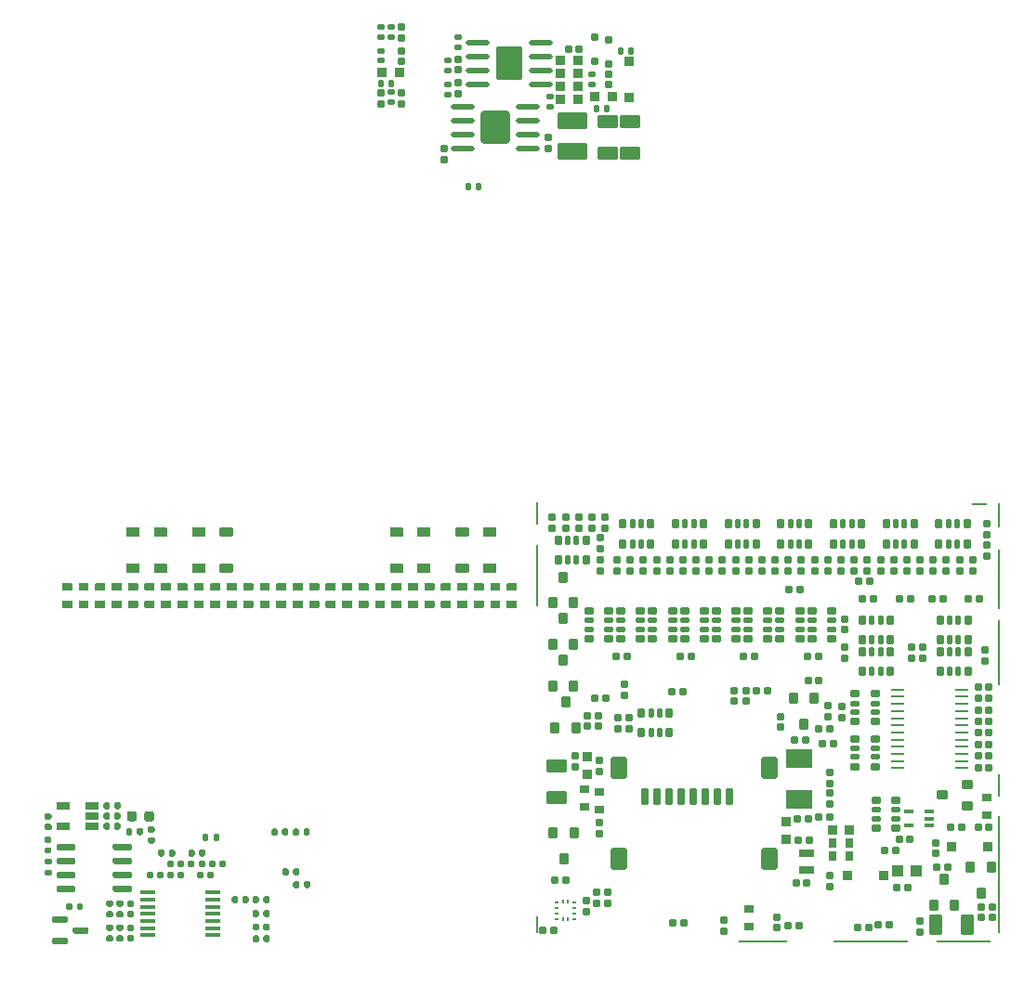
<source format=gbp>
G75*
G70*
%OFA0B0*%
%FSLAX25Y25*%
%IPPOS*%
%LPD*%
%AMOC8*
5,1,8,0,0,1.08239X$1,22.5*
%
%AMM152*
21,1,0.035430,0.030320,-0.000000,-0.000000,270.000000*
21,1,0.028350,0.037400,-0.000000,-0.000000,270.000000*
1,1,0.007090,-0.015160,-0.014170*
1,1,0.007090,-0.015160,0.014170*
1,1,0.007090,0.015160,0.014170*
1,1,0.007090,0.015160,-0.014170*
%
%AMM158*
21,1,0.027560,0.018900,-0.000000,-0.000000,0.000000*
21,1,0.022840,0.023620,-0.000000,-0.000000,0.000000*
1,1,0.004720,0.011420,-0.009450*
1,1,0.004720,-0.011420,-0.009450*
1,1,0.004720,-0.011420,0.009450*
1,1,0.004720,0.011420,0.009450*
%
%AMM161*
21,1,0.025590,0.026380,-0.000000,-0.000000,270.000000*
21,1,0.020470,0.031500,-0.000000,-0.000000,270.000000*
1,1,0.005120,-0.013190,-0.010240*
1,1,0.005120,-0.013190,0.010240*
1,1,0.005120,0.013190,0.010240*
1,1,0.005120,0.013190,-0.010240*
%
%AMM162*
21,1,0.017720,0.027950,-0.000000,-0.000000,270.000000*
21,1,0.014170,0.031500,-0.000000,-0.000000,270.000000*
1,1,0.003540,-0.013980,-0.007090*
1,1,0.003540,-0.013980,0.007090*
1,1,0.003540,0.013980,0.007090*
1,1,0.003540,0.013980,-0.007090*
%
%AMM164*
21,1,0.012600,0.028980,-0.000000,-0.000000,270.000000*
21,1,0.010080,0.031500,-0.000000,-0.000000,270.000000*
1,1,0.002520,-0.014490,-0.005040*
1,1,0.002520,-0.014490,0.005040*
1,1,0.002520,0.014490,0.005040*
1,1,0.002520,0.014490,-0.005040*
%
%AMM167*
21,1,0.027560,0.018900,-0.000000,-0.000000,270.000000*
21,1,0.022840,0.023620,-0.000000,-0.000000,270.000000*
1,1,0.004720,-0.009450,-0.011420*
1,1,0.004720,-0.009450,0.011420*
1,1,0.004720,0.009450,0.011420*
1,1,0.004720,0.009450,-0.011420*
%
%AMM184*
21,1,0.033470,0.026770,-0.000000,-0.000000,0.000000*
21,1,0.026770,0.033470,-0.000000,-0.000000,0.000000*
1,1,0.006690,0.013390,-0.013390*
1,1,0.006690,-0.013390,-0.013390*
1,1,0.006690,-0.013390,0.013390*
1,1,0.006690,0.013390,0.013390*
%
%AMM185*
21,1,0.035430,0.030320,-0.000000,-0.000000,0.000000*
21,1,0.028350,0.037400,-0.000000,-0.000000,0.000000*
1,1,0.007090,0.014170,-0.015160*
1,1,0.007090,-0.014170,-0.015160*
1,1,0.007090,-0.014170,0.015160*
1,1,0.007090,0.014170,0.015160*
%
%AMM186*
21,1,0.035830,0.026770,-0.000000,-0.000000,180.000000*
21,1,0.029130,0.033470,-0.000000,-0.000000,180.000000*
1,1,0.006690,-0.014570,0.013390*
1,1,0.006690,0.014570,0.013390*
1,1,0.006690,0.014570,-0.013390*
1,1,0.006690,-0.014570,-0.013390*
%
%AMM187*
21,1,0.070870,0.036220,-0.000000,-0.000000,180.000000*
21,1,0.061810,0.045280,-0.000000,-0.000000,180.000000*
1,1,0.009060,-0.030910,0.018110*
1,1,0.009060,0.030910,0.018110*
1,1,0.009060,0.030910,-0.018110*
1,1,0.009060,-0.030910,-0.018110*
%
%AMM188*
21,1,0.059060,0.020470,-0.000000,-0.000000,270.000000*
21,1,0.053940,0.025590,-0.000000,-0.000000,270.000000*
1,1,0.005120,-0.010240,-0.026970*
1,1,0.005120,-0.010240,0.026970*
1,1,0.005120,0.010240,0.026970*
1,1,0.005120,0.010240,-0.026970*
%
%AMM189*
21,1,0.078740,0.045670,-0.000000,-0.000000,270.000000*
21,1,0.067320,0.057090,-0.000000,-0.000000,270.000000*
1,1,0.011420,-0.022840,-0.033660*
1,1,0.011420,-0.022840,0.033660*
1,1,0.011420,0.022840,0.033660*
1,1,0.011420,0.022840,-0.033660*
%
%AMM190*
21,1,0.025590,0.026380,-0.000000,-0.000000,180.000000*
21,1,0.020470,0.031500,-0.000000,-0.000000,180.000000*
1,1,0.005120,-0.010240,0.013190*
1,1,0.005120,0.010240,0.013190*
1,1,0.005120,0.010240,-0.013190*
1,1,0.005120,-0.010240,-0.013190*
%
%AMM191*
21,1,0.017720,0.027950,-0.000000,-0.000000,180.000000*
21,1,0.014170,0.031500,-0.000000,-0.000000,180.000000*
1,1,0.003540,-0.007090,0.013980*
1,1,0.003540,0.007090,0.013980*
1,1,0.003540,0.007090,-0.013980*
1,1,0.003540,-0.007090,-0.013980*
%
%AMM192*
21,1,0.027560,0.030710,-0.000000,-0.000000,270.000000*
21,1,0.022050,0.036220,-0.000000,-0.000000,270.000000*
1,1,0.005510,-0.015350,-0.011020*
1,1,0.005510,-0.015350,0.011020*
1,1,0.005510,0.015350,0.011020*
1,1,0.005510,0.015350,-0.011020*
%
%AMM193*
21,1,0.027560,0.049610,-0.000000,-0.000000,90.000000*
21,1,0.022050,0.055120,-0.000000,-0.000000,90.000000*
1,1,0.005510,0.024800,0.011020*
1,1,0.005510,0.024800,-0.011020*
1,1,0.005510,-0.024800,-0.011020*
1,1,0.005510,-0.024800,0.011020*
%
%AMM194*
21,1,0.027560,0.030710,-0.000000,-0.000000,180.000000*
21,1,0.022050,0.036220,-0.000000,-0.000000,180.000000*
1,1,0.005510,-0.011020,0.015350*
1,1,0.005510,0.011020,0.015350*
1,1,0.005510,0.011020,-0.015350*
1,1,0.005510,-0.011020,-0.015350*
%
%AMM195*
21,1,0.070870,0.036220,-0.000000,-0.000000,270.000000*
21,1,0.061810,0.045280,-0.000000,-0.000000,270.000000*
1,1,0.009060,-0.018110,-0.030910*
1,1,0.009060,-0.018110,0.030910*
1,1,0.009060,0.018110,0.030910*
1,1,0.009060,0.018110,-0.030910*
%
%AMM196*
21,1,0.033470,0.026770,-0.000000,-0.000000,90.000000*
21,1,0.026770,0.033470,-0.000000,-0.000000,90.000000*
1,1,0.006690,0.013390,0.013390*
1,1,0.006690,0.013390,-0.013390*
1,1,0.006690,-0.013390,-0.013390*
1,1,0.006690,-0.013390,0.013390*
%
%AMM280*
21,1,0.035830,0.026770,0.000000,-0.000000,270.000000*
21,1,0.029130,0.033470,0.000000,-0.000000,270.000000*
1,1,0.006690,-0.013390,-0.014570*
1,1,0.006690,-0.013390,0.014570*
1,1,0.006690,0.013390,0.014570*
1,1,0.006690,0.013390,-0.014570*
%
%AMM281*
21,1,0.070870,0.036220,0.000000,-0.000000,0.000000*
21,1,0.061810,0.045280,0.000000,-0.000000,0.000000*
1,1,0.009060,0.030910,-0.018110*
1,1,0.009060,-0.030910,-0.018110*
1,1,0.009060,-0.030910,0.018110*
1,1,0.009060,0.030910,0.018110*
%
%AMM284*
21,1,0.023620,0.018900,0.000000,-0.000000,0.000000*
21,1,0.018900,0.023620,0.000000,-0.000000,0.000000*
1,1,0.004720,0.009450,-0.009450*
1,1,0.004720,-0.009450,-0.009450*
1,1,0.004720,-0.009450,0.009450*
1,1,0.004720,0.009450,0.009450*
%
%AMM285*
21,1,0.019680,0.019680,0.000000,-0.000000,270.000000*
21,1,0.015750,0.023620,0.000000,-0.000000,270.000000*
1,1,0.003940,-0.009840,-0.007870*
1,1,0.003940,-0.009840,0.007870*
1,1,0.003940,0.009840,0.007870*
1,1,0.003940,0.009840,-0.007870*
%
%AMM286*
21,1,0.019680,0.019680,0.000000,-0.000000,180.000000*
21,1,0.015750,0.023620,0.000000,-0.000000,180.000000*
1,1,0.003940,-0.007870,0.009840*
1,1,0.003940,0.007870,0.009840*
1,1,0.003940,0.007870,-0.009840*
1,1,0.003940,-0.007870,-0.009840*
%
%AMM300*
21,1,0.106300,0.050390,0.000000,-0.000000,0.000000*
21,1,0.093700,0.062990,0.000000,-0.000000,0.000000*
1,1,0.012600,0.046850,-0.025200*
1,1,0.012600,-0.046850,-0.025200*
1,1,0.012600,-0.046850,0.025200*
1,1,0.012600,0.046850,0.025200*
%
%AMM301*
21,1,0.033470,0.026770,0.000000,-0.000000,180.000000*
21,1,0.026770,0.033470,0.000000,-0.000000,180.000000*
1,1,0.006690,-0.013390,0.013390*
1,1,0.006690,0.013390,0.013390*
1,1,0.006690,0.013390,-0.013390*
1,1,0.006690,-0.013390,-0.013390*
%
%AMM302*
21,1,0.023620,0.018900,0.000000,-0.000000,90.000000*
21,1,0.018900,0.023620,0.000000,-0.000000,90.000000*
1,1,0.004720,0.009450,0.009450*
1,1,0.004720,0.009450,-0.009450*
1,1,0.004720,-0.009450,-0.009450*
1,1,0.004720,-0.009450,0.009450*
%
%AMM303*
21,1,0.122050,0.075590,0.000000,-0.000000,90.000000*
21,1,0.103150,0.094490,0.000000,-0.000000,90.000000*
1,1,0.018900,0.037800,0.051580*
1,1,0.018900,0.037800,-0.051580*
1,1,0.018900,-0.037800,-0.051580*
1,1,0.018900,-0.037800,0.051580*
%
%AMM304*
21,1,0.118110,0.083460,0.000000,-0.000000,270.000000*
21,1,0.097240,0.104330,0.000000,-0.000000,270.000000*
1,1,0.020870,-0.041730,-0.048620*
1,1,0.020870,-0.041730,0.048620*
1,1,0.020870,0.041730,0.048620*
1,1,0.020870,0.041730,-0.048620*
%
%ADD144R,0.03937X0.04331*%
%ADD149R,0.09449X0.06693*%
%ADD157O,0.04961X0.00984*%
%ADD158R,0.00984X0.01378*%
%ADD159R,0.01378X0.00984*%
%ADD232R,0.05709X0.01772*%
%ADD233R,0.04803X0.02559*%
%ADD28R,0.00787X0.09055*%
%ADD29R,0.00787X0.42126*%
%ADD30R,0.00787X0.08268*%
%ADD31R,0.00787X0.23622*%
%ADD32R,0.00787X0.21260*%
%ADD325M152*%
%ADD33R,0.05512X0.00787*%
%ADD331M158*%
%ADD334M161*%
%ADD335M162*%
%ADD337M164*%
%ADD34R,0.19685X0.00787*%
%ADD340M167*%
%ADD35R,0.26772X0.00787*%
%ADD357M184*%
%ADD358M185*%
%ADD359M186*%
%ADD36R,0.17717X0.00787*%
%ADD360M187*%
%ADD361M188*%
%ADD362M189*%
%ADD363M190*%
%ADD364M191*%
%ADD365M192*%
%ADD366M193*%
%ADD367M194*%
%ADD368M195*%
%ADD369M196*%
%ADD37R,0.00787X0.06299*%
%ADD38R,0.00787X0.22441*%
%ADD39R,0.00787X0.07874*%
%ADD409O,0.08661X0.01968*%
%ADD456M280*%
%ADD457M281*%
%ADD460M284*%
%ADD461M285*%
%ADD462M286*%
%ADD476M300*%
%ADD477M301*%
%ADD478M302*%
%ADD479M303*%
%ADD480M304*%
X0000000Y0000000D02*
%LPD*%
G01*
D28*
X0450757Y0253942D03*
D29*
X0450757Y0124808D03*
D30*
X0450757Y0157092D03*
D31*
X0450757Y0204533D03*
D32*
X0450757Y0230910D03*
D33*
X0443670Y0258076D03*
D34*
X0438158Y0100989D03*
D35*
X0404694Y0100989D03*
D36*
X0365914Y0100989D03*
D37*
X0285009Y0106895D03*
D38*
X0285009Y0232288D03*
D39*
X0285009Y0254533D03*
G36*
G01*
X0274429Y0229626D02*
X0277500Y0229626D01*
G75*
G02*
X0277776Y0229350I0000000J-000276D01*
G01*
X0277776Y0227146D01*
G75*
G02*
X0277500Y0226870I-000276J0000000D01*
G01*
X0274429Y0226870D01*
G75*
G02*
X0274154Y0227146I0000000J0000276D01*
G01*
X0274154Y0229350D01*
G75*
G02*
X0274429Y0229626I0000276J0000000D01*
G01*
G37*
G36*
G01*
X0274429Y0223327D02*
X0277500Y0223327D01*
G75*
G02*
X0277776Y0223051I0000000J-000276D01*
G01*
X0277776Y0220846D01*
G75*
G02*
X0277500Y0220571I-000276J0000000D01*
G01*
X0274429Y0220571D01*
G75*
G02*
X0274154Y0220846I0000000J0000276D01*
G01*
X0274154Y0223051D01*
G75*
G02*
X0274429Y0223327I0000276J0000000D01*
G01*
G37*
G36*
G01*
X0191752Y0229626D02*
X0194823Y0229626D01*
G75*
G02*
X0195098Y0229350I0000000J-000276D01*
G01*
X0195098Y0227146D01*
G75*
G02*
X0194823Y0226870I-000276J0000000D01*
G01*
X0191752Y0226870D01*
G75*
G02*
X0191476Y0227146I0000000J0000276D01*
G01*
X0191476Y0229350D01*
G75*
G02*
X0191752Y0229626I0000276J0000000D01*
G01*
G37*
G36*
G01*
X0191752Y0223327D02*
X0194823Y0223327D01*
G75*
G02*
X0195098Y0223051I0000000J-000276D01*
G01*
X0195098Y0220846D01*
G75*
G02*
X0194823Y0220571I-000276J0000000D01*
G01*
X0191752Y0220571D01*
G75*
G02*
X0191476Y0220846I0000000J0000276D01*
G01*
X0191476Y0223051D01*
G75*
G02*
X0191752Y0223327I0000276J0000000D01*
G01*
G37*
G36*
G01*
X0138583Y0229626D02*
X0141654Y0229626D01*
G75*
G02*
X0141929Y0229350I0000000J-000276D01*
G01*
X0141929Y0227146D01*
G75*
G02*
X0141654Y0226870I-000276J0000000D01*
G01*
X0138583Y0226870D01*
G75*
G02*
X0138307Y0227146I0000000J0000276D01*
G01*
X0138307Y0229350D01*
G75*
G02*
X0138583Y0229626I0000276J0000000D01*
G01*
G37*
G36*
G01*
X0138583Y0223327D02*
X0141654Y0223327D01*
G75*
G02*
X0141929Y0223051I0000000J-000276D01*
G01*
X0141929Y0220846D01*
G75*
G02*
X0141654Y0220571I-000276J0000000D01*
G01*
X0138583Y0220571D01*
G75*
G02*
X0138307Y0220846I0000000J0000276D01*
G01*
X0138307Y0223051D01*
G75*
G02*
X0138583Y0223327I0000276J0000000D01*
G01*
G37*
G36*
G01*
X0156299Y0229626D02*
X0159370Y0229626D01*
G75*
G02*
X0159646Y0229350I0000000J-000276D01*
G01*
X0159646Y0227146D01*
G75*
G02*
X0159370Y0226870I-000276J0000000D01*
G01*
X0156299Y0226870D01*
G75*
G02*
X0156024Y0227146I0000000J0000276D01*
G01*
X0156024Y0229350D01*
G75*
G02*
X0156299Y0229626I0000276J0000000D01*
G01*
G37*
G36*
G01*
X0156299Y0223327D02*
X0159370Y0223327D01*
G75*
G02*
X0159646Y0223051I0000000J-000276D01*
G01*
X0159646Y0220846D01*
G75*
G02*
X0159370Y0220571I-000276J0000000D01*
G01*
X0156299Y0220571D01*
G75*
G02*
X0156024Y0220846I0000000J0000276D01*
G01*
X0156024Y0223051D01*
G75*
G02*
X0156299Y0223327I0000276J0000000D01*
G01*
G37*
G36*
G01*
X0114961Y0229626D02*
X0118031Y0229626D01*
G75*
G02*
X0118307Y0229350I0000000J-000276D01*
G01*
X0118307Y0227146D01*
G75*
G02*
X0118031Y0226870I-000276J0000000D01*
G01*
X0114961Y0226870D01*
G75*
G02*
X0114685Y0227146I0000000J0000276D01*
G01*
X0114685Y0229350D01*
G75*
G02*
X0114961Y0229626I0000276J0000000D01*
G01*
G37*
G36*
G01*
X0114961Y0223327D02*
X0118031Y0223327D01*
G75*
G02*
X0118307Y0223051I0000000J-000276D01*
G01*
X0118307Y0220846D01*
G75*
G02*
X0118031Y0220571I-000276J0000000D01*
G01*
X0114961Y0220571D01*
G75*
G02*
X0114685Y0220846I0000000J0000276D01*
G01*
X0114685Y0223051D01*
G75*
G02*
X0114961Y0223327I0000276J0000000D01*
G01*
G37*
G36*
G01*
X0203563Y0229626D02*
X0206634Y0229626D01*
G75*
G02*
X0206909Y0229350I0000000J-000276D01*
G01*
X0206909Y0227146D01*
G75*
G02*
X0206634Y0226870I-000276J0000000D01*
G01*
X0203563Y0226870D01*
G75*
G02*
X0203287Y0227146I0000000J0000276D01*
G01*
X0203287Y0229350D01*
G75*
G02*
X0203563Y0229626I0000276J0000000D01*
G01*
G37*
G36*
G01*
X0203563Y0223327D02*
X0206634Y0223327D01*
G75*
G02*
X0206909Y0223051I0000000J-000276D01*
G01*
X0206909Y0220846D01*
G75*
G02*
X0206634Y0220571I-000276J0000000D01*
G01*
X0203563Y0220571D01*
G75*
G02*
X0203287Y0220846I0000000J0000276D01*
G01*
X0203287Y0223051D01*
G75*
G02*
X0203563Y0223327I0000276J0000000D01*
G01*
G37*
G36*
G01*
X0236634Y0233169D02*
X0232618Y0233169D01*
G75*
G02*
X0232264Y0233524I0000000J0000354D01*
G01*
X0232264Y0236358D01*
G75*
G02*
X0232618Y0236713I0000354J0000000D01*
G01*
X0236634Y0236713D01*
G75*
G02*
X0236988Y0236358I0000000J-000354D01*
G01*
X0236988Y0233524D01*
G75*
G02*
X0236634Y0233169I-000354J0000000D01*
G01*
G37*
G36*
G01*
X0236634Y0246161D02*
X0232618Y0246161D01*
G75*
G02*
X0232264Y0246516I0000000J0000354D01*
G01*
X0232264Y0249350D01*
G75*
G02*
X0232618Y0249705I0000354J0000000D01*
G01*
X0236634Y0249705D01*
G75*
G02*
X0236988Y0249350I0000000J-000354D01*
G01*
X0236988Y0246516D01*
G75*
G02*
X0236634Y0246161I-000354J0000000D01*
G01*
G37*
G36*
G01*
X0262618Y0229626D02*
X0265689Y0229626D01*
G75*
G02*
X0265965Y0229350I0000000J-000276D01*
G01*
X0265965Y0227146D01*
G75*
G02*
X0265689Y0226870I-000276J0000000D01*
G01*
X0262618Y0226870D01*
G75*
G02*
X0262343Y0227146I0000000J0000276D01*
G01*
X0262343Y0229350D01*
G75*
G02*
X0262618Y0229626I0000276J0000000D01*
G01*
G37*
G36*
G01*
X0262618Y0223327D02*
X0265689Y0223327D01*
G75*
G02*
X0265965Y0223051I0000000J-000276D01*
G01*
X0265965Y0220846D01*
G75*
G02*
X0265689Y0220571I-000276J0000000D01*
G01*
X0262618Y0220571D01*
G75*
G02*
X0262343Y0220846I0000000J0000276D01*
G01*
X0262343Y0223051D01*
G75*
G02*
X0262618Y0223327I0000276J0000000D01*
G01*
G37*
G36*
G01*
X0238996Y0229626D02*
X0242067Y0229626D01*
G75*
G02*
X0242343Y0229350I0000000J-000276D01*
G01*
X0242343Y0227146D01*
G75*
G02*
X0242067Y0226870I-000276J0000000D01*
G01*
X0238996Y0226870D01*
G75*
G02*
X0238720Y0227146I0000000J0000276D01*
G01*
X0238720Y0229350D01*
G75*
G02*
X0238996Y0229626I0000276J0000000D01*
G01*
G37*
G36*
G01*
X0238996Y0223327D02*
X0242067Y0223327D01*
G75*
G02*
X0242343Y0223051I0000000J-000276D01*
G01*
X0242343Y0220846D01*
G75*
G02*
X0242067Y0220571I-000276J0000000D01*
G01*
X0238996Y0220571D01*
G75*
G02*
X0238720Y0220846I0000000J0000276D01*
G01*
X0238720Y0223051D01*
G75*
G02*
X0238996Y0223327I0000276J0000000D01*
G01*
G37*
G36*
G01*
X0246476Y0233169D02*
X0242461Y0233169D01*
G75*
G02*
X0242106Y0233524I0000000J0000354D01*
G01*
X0242106Y0236358D01*
G75*
G02*
X0242461Y0236713I0000354J0000000D01*
G01*
X0246476Y0236713D01*
G75*
G02*
X0246831Y0236358I0000000J-000354D01*
G01*
X0246831Y0233524D01*
G75*
G02*
X0246476Y0233169I-000354J0000000D01*
G01*
G37*
G36*
G01*
X0246476Y0246161D02*
X0242461Y0246161D01*
G75*
G02*
X0242106Y0246516I0000000J0000354D01*
G01*
X0242106Y0249350D01*
G75*
G02*
X0242461Y0249705I0000354J0000000D01*
G01*
X0246476Y0249705D01*
G75*
G02*
X0246831Y0249350I0000000J-000354D01*
G01*
X0246831Y0246516D01*
G75*
G02*
X0246476Y0246161I-000354J0000000D01*
G01*
G37*
G36*
G01*
X0150394Y0229626D02*
X0153465Y0229626D01*
G75*
G02*
X0153740Y0229350I0000000J-000276D01*
G01*
X0153740Y0227146D01*
G75*
G02*
X0153465Y0226870I-000276J0000000D01*
G01*
X0150394Y0226870D01*
G75*
G02*
X0150118Y0227146I0000000J0000276D01*
G01*
X0150118Y0229350D01*
G75*
G02*
X0150394Y0229626I0000276J0000000D01*
G01*
G37*
G36*
G01*
X0150394Y0223327D02*
X0153465Y0223327D01*
G75*
G02*
X0153740Y0223051I0000000J-000276D01*
G01*
X0153740Y0220846D01*
G75*
G02*
X0153465Y0220571I-000276J0000000D01*
G01*
X0150394Y0220571D01*
G75*
G02*
X0150118Y0220846I0000000J0000276D01*
G01*
X0150118Y0223051D01*
G75*
G02*
X0150394Y0223327I0000276J0000000D01*
G01*
G37*
G36*
G01*
X0227185Y0229626D02*
X0230256Y0229626D01*
G75*
G02*
X0230531Y0229350I0000000J-000276D01*
G01*
X0230531Y0227146D01*
G75*
G02*
X0230256Y0226870I-000276J0000000D01*
G01*
X0227185Y0226870D01*
G75*
G02*
X0226909Y0227146I0000000J0000276D01*
G01*
X0226909Y0229350D01*
G75*
G02*
X0227185Y0229626I0000276J0000000D01*
G01*
G37*
G36*
G01*
X0227185Y0223327D02*
X0230256Y0223327D01*
G75*
G02*
X0230531Y0223051I0000000J-000276D01*
G01*
X0230531Y0220846D01*
G75*
G02*
X0230256Y0220571I-000276J0000000D01*
G01*
X0227185Y0220571D01*
G75*
G02*
X0226909Y0220846I0000000J0000276D01*
G01*
X0226909Y0223051D01*
G75*
G02*
X0227185Y0223327I0000276J0000000D01*
G01*
G37*
G36*
G01*
X0165748Y0233169D02*
X0161732Y0233169D01*
G75*
G02*
X0161378Y0233524I0000000J0000354D01*
G01*
X0161378Y0236358D01*
G75*
G02*
X0161732Y0236713I0000354J0000000D01*
G01*
X0165748Y0236713D01*
G75*
G02*
X0166102Y0236358I0000000J-000354D01*
G01*
X0166102Y0233524D01*
G75*
G02*
X0165748Y0233169I-000354J0000000D01*
G01*
G37*
G36*
G01*
X0165748Y0246161D02*
X0161732Y0246161D01*
G75*
G02*
X0161378Y0246516I0000000J0000354D01*
G01*
X0161378Y0249350D01*
G75*
G02*
X0161732Y0249705I0000354J0000000D01*
G01*
X0165748Y0249705D01*
G75*
G02*
X0166102Y0249350I0000000J-000354D01*
G01*
X0166102Y0246516D01*
G75*
G02*
X0165748Y0246161I-000354J0000000D01*
G01*
G37*
G36*
G01*
X0244902Y0229626D02*
X0247972Y0229626D01*
G75*
G02*
X0248248Y0229350I0000000J-000276D01*
G01*
X0248248Y0227146D01*
G75*
G02*
X0247972Y0226870I-000276J0000000D01*
G01*
X0244902Y0226870D01*
G75*
G02*
X0244626Y0227146I0000000J0000276D01*
G01*
X0244626Y0229350D01*
G75*
G02*
X0244902Y0229626I0000276J0000000D01*
G01*
G37*
G36*
G01*
X0244902Y0223327D02*
X0247972Y0223327D01*
G75*
G02*
X0248248Y0223051I0000000J-000276D01*
G01*
X0248248Y0220846D01*
G75*
G02*
X0247972Y0220571I-000276J0000000D01*
G01*
X0244902Y0220571D01*
G75*
G02*
X0244626Y0220846I0000000J0000276D01*
G01*
X0244626Y0223051D01*
G75*
G02*
X0244902Y0223327I0000276J0000000D01*
G01*
G37*
G36*
G01*
X0132677Y0229626D02*
X0135748Y0229626D01*
G75*
G02*
X0136024Y0229350I0000000J-000276D01*
G01*
X0136024Y0227146D01*
G75*
G02*
X0135748Y0226870I-000276J0000000D01*
G01*
X0132677Y0226870D01*
G75*
G02*
X0132402Y0227146I0000000J0000276D01*
G01*
X0132402Y0229350D01*
G75*
G02*
X0132677Y0229626I0000276J0000000D01*
G01*
G37*
G36*
G01*
X0132677Y0223327D02*
X0135748Y0223327D01*
G75*
G02*
X0136024Y0223051I0000000J-000276D01*
G01*
X0136024Y0220846D01*
G75*
G02*
X0135748Y0220571I-000276J0000000D01*
G01*
X0132677Y0220571D01*
G75*
G02*
X0132402Y0220846I0000000J0000276D01*
G01*
X0132402Y0223051D01*
G75*
G02*
X0132677Y0223327I0000276J0000000D01*
G01*
G37*
G36*
G01*
X0151969Y0233169D02*
X0147953Y0233169D01*
G75*
G02*
X0147598Y0233524I0000000J0000354D01*
G01*
X0147598Y0236358D01*
G75*
G02*
X0147953Y0236713I0000354J0000000D01*
G01*
X0151969Y0236713D01*
G75*
G02*
X0152323Y0236358I0000000J-000354D01*
G01*
X0152323Y0233524D01*
G75*
G02*
X0151969Y0233169I-000354J0000000D01*
G01*
G37*
G36*
G01*
X0151969Y0246161D02*
X0147953Y0246161D01*
G75*
G02*
X0147598Y0246516I0000000J0000354D01*
G01*
X0147598Y0249350D01*
G75*
G02*
X0147953Y0249705I0000354J0000000D01*
G01*
X0151969Y0249705D01*
G75*
G02*
X0152323Y0249350I0000000J-000354D01*
G01*
X0152323Y0246516D01*
G75*
G02*
X0151969Y0246161I-000354J0000000D01*
G01*
G37*
G36*
G01*
X0209469Y0229626D02*
X0212539Y0229626D01*
G75*
G02*
X0212815Y0229350I0000000J-000276D01*
G01*
X0212815Y0227146D01*
G75*
G02*
X0212539Y0226870I-000276J0000000D01*
G01*
X0209469Y0226870D01*
G75*
G02*
X0209193Y0227146I0000000J0000276D01*
G01*
X0209193Y0229350D01*
G75*
G02*
X0209469Y0229626I0000276J0000000D01*
G01*
G37*
G36*
G01*
X0209469Y0223327D02*
X0212539Y0223327D01*
G75*
G02*
X0212815Y0223051I0000000J-000276D01*
G01*
X0212815Y0220846D01*
G75*
G02*
X0212539Y0220571I-000276J0000000D01*
G01*
X0209469Y0220571D01*
G75*
G02*
X0209193Y0220846I0000000J0000276D01*
G01*
X0209193Y0223051D01*
G75*
G02*
X0209469Y0223327I0000276J0000000D01*
G01*
G37*
G36*
G01*
X0268524Y0229626D02*
X0271594Y0229626D01*
G75*
G02*
X0271870Y0229350I0000000J-000276D01*
G01*
X0271870Y0227146D01*
G75*
G02*
X0271594Y0226870I-000276J0000000D01*
G01*
X0268524Y0226870D01*
G75*
G02*
X0268248Y0227146I0000000J0000276D01*
G01*
X0268248Y0229350D01*
G75*
G02*
X0268524Y0229626I0000276J0000000D01*
G01*
G37*
G36*
G01*
X0268524Y0223327D02*
X0271594Y0223327D01*
G75*
G02*
X0271870Y0223051I0000000J-000276D01*
G01*
X0271870Y0220846D01*
G75*
G02*
X0271594Y0220571I-000276J0000000D01*
G01*
X0268524Y0220571D01*
G75*
G02*
X0268248Y0220846I0000000J0000276D01*
G01*
X0268248Y0223051D01*
G75*
G02*
X0268524Y0223327I0000276J0000000D01*
G01*
G37*
G36*
G01*
X0179921Y0229626D02*
X0182992Y0229626D01*
G75*
G02*
X0183268Y0229350I0000000J-000276D01*
G01*
X0183268Y0227146D01*
G75*
G02*
X0182992Y0226870I-000276J0000000D01*
G01*
X0179921Y0226870D01*
G75*
G02*
X0179646Y0227146I0000000J0000276D01*
G01*
X0179646Y0229350D01*
G75*
G02*
X0179921Y0229626I0000276J0000000D01*
G01*
G37*
G36*
G01*
X0179921Y0223327D02*
X0182992Y0223327D01*
G75*
G02*
X0183268Y0223051I0000000J-000276D01*
G01*
X0183268Y0220846D01*
G75*
G02*
X0182992Y0220571I-000276J0000000D01*
G01*
X0179921Y0220571D01*
G75*
G02*
X0179646Y0220846I0000000J0000276D01*
G01*
X0179646Y0223051D01*
G75*
G02*
X0179921Y0223327I0000276J0000000D01*
G01*
G37*
G36*
G01*
X0260256Y0233169D02*
X0256240Y0233169D01*
G75*
G02*
X0255886Y0233524I0000000J0000354D01*
G01*
X0255886Y0236358D01*
G75*
G02*
X0256240Y0236713I0000354J0000000D01*
G01*
X0260256Y0236713D01*
G75*
G02*
X0260610Y0236358I0000000J-000354D01*
G01*
X0260610Y0233524D01*
G75*
G02*
X0260256Y0233169I-000354J0000000D01*
G01*
G37*
G36*
G01*
X0260256Y0246161D02*
X0256240Y0246161D01*
G75*
G02*
X0255886Y0246516I0000000J0000354D01*
G01*
X0255886Y0249350D01*
G75*
G02*
X0256240Y0249705I0000354J0000000D01*
G01*
X0260256Y0249705D01*
G75*
G02*
X0260610Y0249350I0000000J-000354D01*
G01*
X0260610Y0246516D01*
G75*
G02*
X0260256Y0246161I-000354J0000000D01*
G01*
G37*
G36*
G01*
X0142126Y0233169D02*
X0138110Y0233169D01*
G75*
G02*
X0137756Y0233524I0000000J0000354D01*
G01*
X0137756Y0236358D01*
G75*
G02*
X0138110Y0236713I0000354J0000000D01*
G01*
X0142126Y0236713D01*
G75*
G02*
X0142480Y0236358I0000000J-000354D01*
G01*
X0142480Y0233524D01*
G75*
G02*
X0142126Y0233169I-000354J0000000D01*
G01*
G37*
G36*
G01*
X0142126Y0246161D02*
X0138110Y0246161D01*
G75*
G02*
X0137756Y0246516I0000000J0000354D01*
G01*
X0137756Y0249350D01*
G75*
G02*
X0138110Y0249705I0000354J0000000D01*
G01*
X0142126Y0249705D01*
G75*
G02*
X0142480Y0249350I0000000J-000354D01*
G01*
X0142480Y0246516D01*
G75*
G02*
X0142126Y0246161I-000354J0000000D01*
G01*
G37*
G36*
G01*
X0144488Y0229626D02*
X0147559Y0229626D01*
G75*
G02*
X0147835Y0229350I0000000J-000276D01*
G01*
X0147835Y0227146D01*
G75*
G02*
X0147559Y0226870I-000276J0000000D01*
G01*
X0144488Y0226870D01*
G75*
G02*
X0144213Y0227146I0000000J0000276D01*
G01*
X0144213Y0229350D01*
G75*
G02*
X0144488Y0229626I0000276J0000000D01*
G01*
G37*
G36*
G01*
X0144488Y0223327D02*
X0147559Y0223327D01*
G75*
G02*
X0147835Y0223051I0000000J-000276D01*
G01*
X0147835Y0220846D01*
G75*
G02*
X0147559Y0220571I-000276J0000000D01*
G01*
X0144488Y0220571D01*
G75*
G02*
X0144213Y0220846I0000000J0000276D01*
G01*
X0144213Y0223051D01*
G75*
G02*
X0144488Y0223327I0000276J0000000D01*
G01*
G37*
G36*
G01*
X0174016Y0229626D02*
X0177087Y0229626D01*
G75*
G02*
X0177362Y0229350I0000000J-000276D01*
G01*
X0177362Y0227146D01*
G75*
G02*
X0177087Y0226870I-000276J0000000D01*
G01*
X0174016Y0226870D01*
G75*
G02*
X0173740Y0227146I0000000J0000276D01*
G01*
X0173740Y0229350D01*
G75*
G02*
X0174016Y0229626I0000276J0000000D01*
G01*
G37*
G36*
G01*
X0174016Y0223327D02*
X0177087Y0223327D01*
G75*
G02*
X0177362Y0223051I0000000J-000276D01*
G01*
X0177362Y0220846D01*
G75*
G02*
X0177087Y0220571I-000276J0000000D01*
G01*
X0174016Y0220571D01*
G75*
G02*
X0173740Y0220846I0000000J0000276D01*
G01*
X0173740Y0223051D01*
G75*
G02*
X0174016Y0223327I0000276J0000000D01*
G01*
G37*
G36*
G01*
X0168110Y0229626D02*
X0171181Y0229626D01*
G75*
G02*
X0171457Y0229350I0000000J-000276D01*
G01*
X0171457Y0227146D01*
G75*
G02*
X0171181Y0226870I-000276J0000000D01*
G01*
X0168110Y0226870D01*
G75*
G02*
X0167835Y0227146I0000000J0000276D01*
G01*
X0167835Y0229350D01*
G75*
G02*
X0168110Y0229626I0000276J0000000D01*
G01*
G37*
G36*
G01*
X0168110Y0223327D02*
X0171181Y0223327D01*
G75*
G02*
X0171457Y0223051I0000000J-000276D01*
G01*
X0171457Y0220846D01*
G75*
G02*
X0171181Y0220571I-000276J0000000D01*
G01*
X0168110Y0220571D01*
G75*
G02*
X0167835Y0220846I0000000J0000276D01*
G01*
X0167835Y0223051D01*
G75*
G02*
X0168110Y0223327I0000276J0000000D01*
G01*
G37*
G36*
G01*
X0215374Y0229626D02*
X0218445Y0229626D01*
G75*
G02*
X0218720Y0229350I0000000J-000276D01*
G01*
X0218720Y0227146D01*
G75*
G02*
X0218445Y0226870I-000276J0000000D01*
G01*
X0215374Y0226870D01*
G75*
G02*
X0215098Y0227146I0000000J0000276D01*
G01*
X0215098Y0229350D01*
G75*
G02*
X0215374Y0229626I0000276J0000000D01*
G01*
G37*
G36*
G01*
X0215374Y0223327D02*
X0218445Y0223327D01*
G75*
G02*
X0218720Y0223051I0000000J-000276D01*
G01*
X0218720Y0220846D01*
G75*
G02*
X0218445Y0220571I-000276J0000000D01*
G01*
X0215374Y0220571D01*
G75*
G02*
X0215098Y0220846I0000000J0000276D01*
G01*
X0215098Y0223051D01*
G75*
G02*
X0215374Y0223327I0000276J0000000D01*
G01*
G37*
G36*
G01*
X0197657Y0229626D02*
X0200728Y0229626D01*
G75*
G02*
X0201004Y0229350I0000000J-000276D01*
G01*
X0201004Y0227146D01*
G75*
G02*
X0200728Y0226870I-000276J0000000D01*
G01*
X0197657Y0226870D01*
G75*
G02*
X0197382Y0227146I0000000J0000276D01*
G01*
X0197382Y0229350D01*
G75*
G02*
X0197657Y0229626I0000276J0000000D01*
G01*
G37*
G36*
G01*
X0197657Y0223327D02*
X0200728Y0223327D01*
G75*
G02*
X0201004Y0223051I0000000J-000276D01*
G01*
X0201004Y0220846D01*
G75*
G02*
X0200728Y0220571I-000276J0000000D01*
G01*
X0197657Y0220571D01*
G75*
G02*
X0197382Y0220846I0000000J0000276D01*
G01*
X0197382Y0223051D01*
G75*
G02*
X0197657Y0223327I0000276J0000000D01*
G01*
G37*
G36*
G01*
X0221280Y0229626D02*
X0224350Y0229626D01*
G75*
G02*
X0224626Y0229350I0000000J-000276D01*
G01*
X0224626Y0227146D01*
G75*
G02*
X0224350Y0226870I-000276J0000000D01*
G01*
X0221280Y0226870D01*
G75*
G02*
X0221004Y0227146I0000000J0000276D01*
G01*
X0221004Y0229350D01*
G75*
G02*
X0221280Y0229626I0000276J0000000D01*
G01*
G37*
G36*
G01*
X0221280Y0223327D02*
X0224350Y0223327D01*
G75*
G02*
X0224626Y0223051I0000000J-000276D01*
G01*
X0224626Y0220846D01*
G75*
G02*
X0224350Y0220571I-000276J0000000D01*
G01*
X0221280Y0220571D01*
G75*
G02*
X0221004Y0220846I0000000J0000276D01*
G01*
X0221004Y0223051D01*
G75*
G02*
X0221280Y0223327I0000276J0000000D01*
G01*
G37*
G36*
G01*
X0175591Y0233169D02*
X0171575Y0233169D01*
G75*
G02*
X0171220Y0233524I0000000J0000354D01*
G01*
X0171220Y0236358D01*
G75*
G02*
X0171575Y0236713I0000354J0000000D01*
G01*
X0175591Y0236713D01*
G75*
G02*
X0175945Y0236358I0000000J-000354D01*
G01*
X0175945Y0233524D01*
G75*
G02*
X0175591Y0233169I-000354J0000000D01*
G01*
G37*
G36*
G01*
X0175591Y0246161D02*
X0171575Y0246161D01*
G75*
G02*
X0171220Y0246516I0000000J0000354D01*
G01*
X0171220Y0249350D01*
G75*
G02*
X0171575Y0249705I0000354J0000000D01*
G01*
X0175591Y0249705D01*
G75*
G02*
X0175945Y0249350I0000000J-000354D01*
G01*
X0175945Y0246516D01*
G75*
G02*
X0175591Y0246161I-000354J0000000D01*
G01*
G37*
G36*
G01*
X0126772Y0229626D02*
X0129843Y0229626D01*
G75*
G02*
X0130118Y0229350I0000000J-000276D01*
G01*
X0130118Y0227146D01*
G75*
G02*
X0129843Y0226870I-000276J0000000D01*
G01*
X0126772Y0226870D01*
G75*
G02*
X0126496Y0227146I0000000J0000276D01*
G01*
X0126496Y0229350D01*
G75*
G02*
X0126772Y0229626I0000276J0000000D01*
G01*
G37*
G36*
G01*
X0126772Y0223327D02*
X0129843Y0223327D01*
G75*
G02*
X0130118Y0223051I0000000J-000276D01*
G01*
X0130118Y0220846D01*
G75*
G02*
X0129843Y0220571I-000276J0000000D01*
G01*
X0126772Y0220571D01*
G75*
G02*
X0126496Y0220846I0000000J0000276D01*
G01*
X0126496Y0223051D01*
G75*
G02*
X0126772Y0223327I0000276J0000000D01*
G01*
G37*
G36*
G01*
X0162205Y0229626D02*
X0165276Y0229626D01*
G75*
G02*
X0165551Y0229350I0000000J-000276D01*
G01*
X0165551Y0227146D01*
G75*
G02*
X0165276Y0226870I-000276J0000000D01*
G01*
X0162205Y0226870D01*
G75*
G02*
X0161929Y0227146I0000000J0000276D01*
G01*
X0161929Y0229350D01*
G75*
G02*
X0162205Y0229626I0000276J0000000D01*
G01*
G37*
G36*
G01*
X0162205Y0223327D02*
X0165276Y0223327D01*
G75*
G02*
X0165551Y0223051I0000000J-000276D01*
G01*
X0165551Y0220846D01*
G75*
G02*
X0165276Y0220571I-000276J0000000D01*
G01*
X0162205Y0220571D01*
G75*
G02*
X0161929Y0220846I0000000J0000276D01*
G01*
X0161929Y0223051D01*
G75*
G02*
X0162205Y0223327I0000276J0000000D01*
G01*
G37*
G36*
G01*
X0120866Y0229626D02*
X0123937Y0229626D01*
G75*
G02*
X0124213Y0229350I0000000J-000276D01*
G01*
X0124213Y0227146D01*
G75*
G02*
X0123937Y0226870I-000276J0000000D01*
G01*
X0120866Y0226870D01*
G75*
G02*
X0120591Y0227146I0000000J0000276D01*
G01*
X0120591Y0229350D01*
G75*
G02*
X0120866Y0229626I0000276J0000000D01*
G01*
G37*
G36*
G01*
X0120866Y0223327D02*
X0123937Y0223327D01*
G75*
G02*
X0124213Y0223051I0000000J-000276D01*
G01*
X0124213Y0220846D01*
G75*
G02*
X0123937Y0220571I-000276J0000000D01*
G01*
X0120866Y0220571D01*
G75*
G02*
X0120591Y0220846I0000000J0000276D01*
G01*
X0120591Y0223051D01*
G75*
G02*
X0120866Y0223327I0000276J0000000D01*
G01*
G37*
G36*
G01*
X0270098Y0233169D02*
X0266083Y0233169D01*
G75*
G02*
X0265728Y0233524I0000000J0000354D01*
G01*
X0265728Y0236358D01*
G75*
G02*
X0266083Y0236713I0000354J0000000D01*
G01*
X0270098Y0236713D01*
G75*
G02*
X0270453Y0236358I0000000J-000354D01*
G01*
X0270453Y0233524D01*
G75*
G02*
X0270098Y0233169I-000354J0000000D01*
G01*
G37*
G36*
G01*
X0270098Y0246161D02*
X0266083Y0246161D01*
G75*
G02*
X0265728Y0246516I0000000J0000354D01*
G01*
X0265728Y0249350D01*
G75*
G02*
X0266083Y0249705I0000354J0000000D01*
G01*
X0270098Y0249705D01*
G75*
G02*
X0270453Y0249350I0000000J-000354D01*
G01*
X0270453Y0246516D01*
G75*
G02*
X0270098Y0246161I-000354J0000000D01*
G01*
G37*
G36*
G01*
X0250807Y0229626D02*
X0253878Y0229626D01*
G75*
G02*
X0254154Y0229350I0000000J-000276D01*
G01*
X0254154Y0227146D01*
G75*
G02*
X0253878Y0226870I-000276J0000000D01*
G01*
X0250807Y0226870D01*
G75*
G02*
X0250531Y0227146I0000000J0000276D01*
G01*
X0250531Y0229350D01*
G75*
G02*
X0250807Y0229626I0000276J0000000D01*
G01*
G37*
G36*
G01*
X0250807Y0223327D02*
X0253878Y0223327D01*
G75*
G02*
X0254154Y0223051I0000000J-000276D01*
G01*
X0254154Y0220846D01*
G75*
G02*
X0253878Y0220571I-000276J0000000D01*
G01*
X0250807Y0220571D01*
G75*
G02*
X0250531Y0220846I0000000J0000276D01*
G01*
X0250531Y0223051D01*
G75*
G02*
X0250807Y0223327I0000276J0000000D01*
G01*
G37*
G36*
G01*
X0185846Y0229626D02*
X0188917Y0229626D01*
G75*
G02*
X0189193Y0229350I0000000J-000276D01*
G01*
X0189193Y0227146D01*
G75*
G02*
X0188917Y0226870I-000276J0000000D01*
G01*
X0185846Y0226870D01*
G75*
G02*
X0185571Y0227146I0000000J0000276D01*
G01*
X0185571Y0229350D01*
G75*
G02*
X0185846Y0229626I0000276J0000000D01*
G01*
G37*
G36*
G01*
X0185846Y0223327D02*
X0188917Y0223327D01*
G75*
G02*
X0189193Y0223051I0000000J-000276D01*
G01*
X0189193Y0220846D01*
G75*
G02*
X0188917Y0220571I-000276J0000000D01*
G01*
X0185846Y0220571D01*
G75*
G02*
X0185571Y0220846I0000000J0000276D01*
G01*
X0185571Y0223051D01*
G75*
G02*
X0185846Y0223327I0000276J0000000D01*
G01*
G37*
G36*
G01*
X0256713Y0229626D02*
X0259783Y0229626D01*
G75*
G02*
X0260059Y0229350I0000000J-000276D01*
G01*
X0260059Y0227146D01*
G75*
G02*
X0259783Y0226870I-000276J0000000D01*
G01*
X0256713Y0226870D01*
G75*
G02*
X0256437Y0227146I0000000J0000276D01*
G01*
X0256437Y0229350D01*
G75*
G02*
X0256713Y0229626I0000276J0000000D01*
G01*
G37*
G36*
G01*
X0256713Y0223327D02*
X0259783Y0223327D01*
G75*
G02*
X0260059Y0223051I0000000J-000276D01*
G01*
X0260059Y0220846D01*
G75*
G02*
X0259783Y0220571I-000276J0000000D01*
G01*
X0256713Y0220571D01*
G75*
G02*
X0256437Y0220846I0000000J0000276D01*
G01*
X0256437Y0223051D01*
G75*
G02*
X0256713Y0223327I0000276J0000000D01*
G01*
G37*
G36*
G01*
X0233091Y0229626D02*
X0236161Y0229626D01*
G75*
G02*
X0236437Y0229350I0000000J-000276D01*
G01*
X0236437Y0227146D01*
G75*
G02*
X0236161Y0226870I-000276J0000000D01*
G01*
X0233091Y0226870D01*
G75*
G02*
X0232815Y0227146I0000000J0000276D01*
G01*
X0232815Y0229350D01*
G75*
G02*
X0233091Y0229626I0000276J0000000D01*
G01*
G37*
G36*
G01*
X0233091Y0223327D02*
X0236161Y0223327D01*
G75*
G02*
X0236437Y0223051I0000000J-000276D01*
G01*
X0236437Y0220846D01*
G75*
G02*
X0236161Y0220571I-000276J0000000D01*
G01*
X0233091Y0220571D01*
G75*
G02*
X0232815Y0220846I0000000J0000276D01*
G01*
X0232815Y0223051D01*
G75*
G02*
X0233091Y0223327I0000276J0000000D01*
G01*
G37*
X0451150Y0258470D02*
G01*
G75*
D32*
X0450756Y0230911D02*
D03*
D28*
X0450756Y0253942D02*
D03*
D31*
X0450756Y0204533D02*
D03*
D39*
X0285008Y0254533D02*
D03*
D30*
X0450756Y0157092D02*
D03*
D29*
X0450756Y0124809D02*
D03*
D34*
X0438158Y0100990D02*
D03*
D35*
X0404693Y0100990D02*
D03*
D36*
X0365914Y0100990D02*
D03*
D38*
X0285008Y0232289D02*
D03*
D37*
X0285008Y0106895D02*
D03*
D33*
X0443670Y0258076D02*
D03*
D325*
X0439535Y0157228D02*
D03*
X0430283Y0153488D02*
D03*
D325*
X0439535Y0149747D02*
D03*
D331*
X0419457Y0206502D02*
D03*
X0419457Y0202565D02*
D03*
X0298788Y0163588D02*
D03*
X0298788Y0167525D02*
D03*
X0422508Y0104336D02*
D03*
X0422508Y0108273D02*
D03*
X0389325Y0181698D02*
D03*
X0389325Y0185635D02*
D03*
X0372420Y0181770D02*
D03*
X0372420Y0177833D02*
D03*
X0394457Y0185242D02*
D03*
X0394457Y0181305D02*
D03*
X0445651Y0201654D02*
D03*
X0445651Y0205591D02*
D03*
X0427922Y0132486D02*
D03*
X0427922Y0136423D02*
D03*
X0448394Y0113391D02*
D03*
X0448394Y0109454D02*
D03*
X0316504Y0189179D02*
D03*
X0316504Y0193116D02*
D03*
X0390126Y0124612D02*
D03*
X0390126Y0120675D02*
D03*
X0359909Y0191049D02*
D03*
X0359909Y0187112D02*
D03*
X0370934Y0109749D02*
D03*
X0370934Y0105813D02*
D03*
X0318079Y0177368D02*
D03*
X0318079Y0181305D02*
D03*
X0314142Y0177368D02*
D03*
X0314142Y0181305D02*
D03*
X0444260Y0113391D02*
D03*
X0444260Y0109454D02*
D03*
X0307252Y0162013D02*
D03*
X0307252Y0165950D02*
D03*
X0307449Y0139572D02*
D03*
X0307449Y0143509D02*
D03*
X0355579Y0191049D02*
D03*
X0355579Y0187112D02*
D03*
X0351937Y0104533D02*
D03*
X0351937Y0108470D02*
D03*
X0390126Y0154139D02*
D03*
X0390126Y0150202D02*
D03*
X0390126Y0157683D02*
D03*
X0390126Y0161620D02*
D03*
X0403512Y0234061D02*
D03*
X0403512Y0237998D02*
D03*
X0398788Y0234061D02*
D03*
X0398788Y0237998D02*
D03*
X0394063Y0234061D02*
D03*
X0394063Y0237998D02*
D03*
X0389339Y0234061D02*
D03*
X0389339Y0237998D02*
D03*
X0304693Y0253352D02*
D03*
X0304693Y0249415D02*
D03*
X0299969Y0249415D02*
D03*
X0299969Y0253352D02*
D03*
X0295245Y0253352D02*
D03*
X0295245Y0249415D02*
D03*
X0290520Y0253352D02*
D03*
X0290520Y0249415D02*
D03*
X0423394Y0206502D02*
D03*
X0423394Y0202565D02*
D03*
X0395441Y0206502D02*
D03*
X0395441Y0202565D02*
D03*
X0427134Y0234061D02*
D03*
X0427134Y0237998D02*
D03*
X0431858Y0234061D02*
D03*
X0431858Y0237998D02*
D03*
X0436583Y0234061D02*
D03*
X0436583Y0237998D02*
D03*
X0441307Y0234061D02*
D03*
X0441307Y0237998D02*
D03*
X0408236Y0234061D02*
D03*
X0408236Y0237998D02*
D03*
X0412961Y0234061D02*
D03*
X0412961Y0237998D02*
D03*
X0417685Y0234061D02*
D03*
X0417685Y0237998D02*
D03*
X0422410Y0234061D02*
D03*
X0422410Y0237998D02*
D03*
X0370441Y0234061D02*
D03*
X0370441Y0237998D02*
D03*
X0375165Y0234061D02*
D03*
X0375165Y0237998D02*
D03*
X0379890Y0234061D02*
D03*
X0379890Y0237998D02*
D03*
X0384614Y0234061D02*
D03*
X0384614Y0237998D02*
D03*
X0351543Y0237998D02*
D03*
X0351543Y0234061D02*
D03*
X0356268Y0234061D02*
D03*
X0356268Y0237998D02*
D03*
X0360992Y0234061D02*
D03*
X0360992Y0237998D02*
D03*
X0365717Y0234061D02*
D03*
X0365717Y0237998D02*
D03*
X0332646Y0234061D02*
D03*
X0332646Y0237998D02*
D03*
X0337370Y0234061D02*
D03*
X0337370Y0237998D02*
D03*
X0342095Y0234061D02*
D03*
X0342095Y0237998D02*
D03*
X0346819Y0234061D02*
D03*
X0346819Y0237998D02*
D03*
X0318473Y0234061D02*
D03*
X0318473Y0237998D02*
D03*
X0323197Y0234061D02*
D03*
X0323197Y0237998D02*
D03*
X0327922Y0234061D02*
D03*
X0327922Y0237998D02*
D03*
X0446426Y0243313D02*
D03*
X0446426Y0239376D02*
D03*
X0309417Y0249415D02*
D03*
X0309417Y0253352D02*
D03*
X0395441Y0216738D02*
D03*
X0395441Y0212801D02*
D03*
X0307843Y0237998D02*
D03*
X0307843Y0234061D02*
D03*
X0446426Y0250990D02*
D03*
X0446426Y0247053D02*
D03*
X0307843Y0241935D02*
D03*
X0307843Y0245872D02*
D03*
X0302725Y0111620D02*
D03*
X0302725Y0115557D02*
D03*
X0313748Y0234061D02*
D03*
X0313748Y0237998D02*
D03*
D334*
X0413748Y0141639D02*
D03*
X0406662Y0141639D02*
D03*
X0406662Y0151679D02*
D03*
X0413748Y0151679D02*
D03*
X0399181Y0189868D02*
D03*
X0406268Y0189868D02*
D03*
X0406268Y0179828D02*
D03*
X0399181Y0179828D02*
D03*
X0399181Y0173726D02*
D03*
X0406268Y0173726D02*
D03*
X0406268Y0163686D02*
D03*
X0399181Y0163686D02*
D03*
X0303709Y0209553D02*
D03*
X0310796Y0209553D02*
D03*
X0310796Y0219592D02*
D03*
X0303709Y0219592D02*
D03*
X0322213Y0219592D02*
D03*
X0315126Y0219592D02*
D03*
X0315126Y0209553D02*
D03*
X0322213Y0209553D02*
D03*
X0372213Y0209553D02*
D03*
X0379299Y0209553D02*
D03*
X0379299Y0219592D02*
D03*
X0372213Y0219592D02*
D03*
X0390717Y0219592D02*
D03*
X0383630Y0219592D02*
D03*
X0383630Y0209553D02*
D03*
X0390717Y0209553D02*
D03*
X0349378Y0209553D02*
D03*
X0356465Y0209553D02*
D03*
X0356465Y0219592D02*
D03*
X0349378Y0219592D02*
D03*
X0367882Y0219592D02*
D03*
X0360795Y0219592D02*
D03*
X0360795Y0209553D02*
D03*
X0367882Y0209553D02*
D03*
X0326543Y0209553D02*
D03*
X0333630Y0209553D02*
D03*
X0333630Y0219592D02*
D03*
X0326543Y0219592D02*
D03*
X0345047Y0219592D02*
D03*
X0337961Y0219592D02*
D03*
X0337961Y0209553D02*
D03*
X0345047Y0209553D02*
D03*
D335*
X0406662Y0148234D02*
D03*
X0406662Y0145084D02*
D03*
X0413748Y0145084D02*
D03*
X0413748Y0148234D02*
D03*
X0406268Y0183273D02*
D03*
X0406268Y0186423D02*
D03*
X0399181Y0186423D02*
D03*
X0399181Y0183273D02*
D03*
X0406268Y0167131D02*
D03*
X0406268Y0170281D02*
D03*
X0399181Y0170281D02*
D03*
X0399181Y0167131D02*
D03*
X0303709Y0212998D02*
D03*
X0303709Y0216147D02*
D03*
X0310796Y0216147D02*
D03*
X0310796Y0212998D02*
D03*
X0322213Y0216147D02*
D03*
X0322213Y0212998D02*
D03*
X0315126Y0212998D02*
D03*
X0315126Y0216147D02*
D03*
X0372213Y0212998D02*
D03*
X0372213Y0216147D02*
D03*
X0379299Y0216147D02*
D03*
X0379299Y0212998D02*
D03*
X0390717Y0216147D02*
D03*
X0390717Y0212998D02*
D03*
X0383630Y0212998D02*
D03*
X0383630Y0216147D02*
D03*
X0349378Y0212998D02*
D03*
X0349378Y0216147D02*
D03*
X0356465Y0216147D02*
D03*
X0356465Y0212998D02*
D03*
X0367882Y0216147D02*
D03*
X0367882Y0212998D02*
D03*
X0360795Y0212998D02*
D03*
X0360795Y0216147D02*
D03*
X0326543Y0212998D02*
D03*
X0326543Y0216147D02*
D03*
X0333630Y0216147D02*
D03*
X0333630Y0212998D02*
D03*
X0345047Y0216147D02*
D03*
X0345047Y0212998D02*
D03*
X0337961Y0212998D02*
D03*
X0337961Y0216147D02*
D03*
D337*
X0425756Y0147643D02*
D03*
X0425756Y0145084D02*
D03*
X0425756Y0142525D02*
D03*
X0418276Y0142525D02*
D03*
X0418276Y0147643D02*
D03*
D340*
X0407449Y0107092D02*
D03*
X0411386Y0107092D02*
D03*
X0291307Y0122840D02*
D03*
X0295245Y0122840D02*
D03*
X0432407Y0127661D02*
D03*
X0428470Y0127661D02*
D03*
X0409811Y0133667D02*
D03*
X0413748Y0133667D02*
D03*
X0418867Y0137604D02*
D03*
X0414930Y0137604D02*
D03*
X0309811Y0188391D02*
D03*
X0305874Y0188391D02*
D03*
X0379103Y0106501D02*
D03*
X0375166Y0106501D02*
D03*
X0310402Y0118706D02*
D03*
X0306465Y0118706D02*
D03*
X0337764Y0107683D02*
D03*
X0333827Y0107683D02*
D03*
X0382240Y0194492D02*
D03*
X0386177Y0194492D02*
D03*
X0391504Y0171856D02*
D03*
X0387567Y0171856D02*
D03*
X0381465Y0173431D02*
D03*
X0377528Y0173431D02*
D03*
X0382252Y0145084D02*
D03*
X0378315Y0145084D02*
D03*
X0286977Y0104927D02*
D03*
X0290914Y0104927D02*
D03*
X0400166Y0105911D02*
D03*
X0404103Y0105911D02*
D03*
X0418079Y0120281D02*
D03*
X0414142Y0120281D02*
D03*
X0307055Y0182092D02*
D03*
X0303118Y0182092D02*
D03*
X0307055Y0178155D02*
D03*
X0303118Y0178155D02*
D03*
X0306465Y0114769D02*
D03*
X0310402Y0114769D02*
D03*
X0333532Y0190655D02*
D03*
X0337469Y0190655D02*
D03*
X0390126Y0145478D02*
D03*
X0386189Y0145478D02*
D03*
X0390126Y0177171D02*
D03*
X0386189Y0177171D02*
D03*
X0381859Y0121856D02*
D03*
X0377922Y0121856D02*
D03*
X0382646Y0137210D02*
D03*
X0378709Y0137210D02*
D03*
X0367784Y0191049D02*
D03*
X0363847Y0191049D02*
D03*
X0313551Y0203352D02*
D03*
X0317488Y0203352D02*
D03*
X0382055Y0203352D02*
D03*
X0385992Y0203352D02*
D03*
X0359221Y0203352D02*
D03*
X0363158Y0203352D02*
D03*
X0336386Y0203352D02*
D03*
X0340323Y0203352D02*
D03*
X0375559Y0227368D02*
D03*
X0379496Y0227368D02*
D03*
X0430611Y0223824D02*
D03*
X0426674Y0223824D02*
D03*
X0439800Y0223824D02*
D03*
X0443737Y0223824D02*
D03*
X0405807Y0223824D02*
D03*
X0401870Y0223824D02*
D03*
X0414996Y0223824D02*
D03*
X0418933Y0223824D02*
D03*
X0443276Y0141935D02*
D03*
X0447213Y0141935D02*
D03*
X0437370Y0141935D02*
D03*
X0433433Y0141935D02*
D03*
X0400362Y0230124D02*
D03*
X0404299Y0230124D02*
D03*
X0447213Y0192328D02*
D03*
X0443276Y0192328D02*
D03*
X0447213Y0179927D02*
D03*
X0443276Y0179927D02*
D03*
X0447213Y0175793D02*
D03*
X0443276Y0175793D02*
D03*
X0447213Y0167525D02*
D03*
X0443276Y0167525D02*
D03*
X0447213Y0171659D02*
D03*
X0443276Y0171659D02*
D03*
X0447213Y0163391D02*
D03*
X0443276Y0163391D02*
D03*
X0447213Y0184060D02*
D03*
X0443276Y0184060D02*
D03*
X0447213Y0188194D02*
D03*
X0443276Y0188194D02*
D03*
D357*
X0397173Y0140950D02*
D03*
X0390953Y0140950D02*
D03*
D358*
X0294570Y0130599D02*
D03*
X0290830Y0139851D02*
D03*
X0376999Y0188350D02*
D03*
X0380739Y0179098D02*
D03*
X0440520Y0127486D02*
D03*
X0444260Y0118234D02*
D03*
X0434811Y0114061D02*
D03*
X0431071Y0123312D02*
D03*
X0298197Y0222446D02*
D03*
X0294457Y0231698D02*
D03*
X0294457Y0216803D02*
D03*
X0298197Y0207551D02*
D03*
X0298197Y0192656D02*
D03*
X0294457Y0201908D02*
D03*
X0298984Y0177761D02*
D03*
X0295244Y0187013D02*
D03*
D358*
X0298310Y0139851D02*
D03*
X0384479Y0188350D02*
D03*
X0448000Y0127486D02*
D03*
X0427331Y0114060D02*
D03*
X0290717Y0222446D02*
D03*
X0290717Y0207551D02*
D03*
X0290717Y0192656D02*
D03*
X0291504Y0177761D02*
D03*
D359*
X0446819Y0134848D02*
D03*
X0433827Y0134848D02*
D03*
X0409418Y0124612D02*
D03*
X0396425Y0124612D02*
D03*
D144*
X0414339Y0126187D02*
D03*
X0421032Y0126187D02*
D03*
D360*
X0292095Y0163982D02*
D03*
X0292095Y0152565D02*
D03*
D361*
X0354024Y0152946D02*
D03*
X0349693Y0152946D02*
D03*
X0345362Y0152946D02*
D03*
X0341032Y0152946D02*
D03*
X0336701Y0152946D02*
D03*
X0332370Y0152946D02*
D03*
X0328039Y0152946D02*
D03*
X0323709Y0152946D02*
D03*
D362*
X0314339Y0163182D02*
D03*
X0314339Y0130505D02*
D03*
X0368472Y0130505D02*
D03*
X0368472Y0163182D02*
D03*
D149*
X0379102Y0151974D02*
D03*
X0379102Y0166541D02*
D03*
D363*
X0332547Y0175793D02*
D03*
X0332547Y0182879D02*
D03*
X0322508Y0182879D02*
D03*
X0322508Y0175793D02*
D03*
X0401445Y0250793D02*
D03*
X0401445Y0243706D02*
D03*
X0391406Y0243706D02*
D03*
X0391406Y0250793D02*
D03*
X0429595Y0216344D02*
D03*
X0429595Y0209257D02*
D03*
X0439634Y0209257D02*
D03*
X0439634Y0216344D02*
D03*
X0439634Y0197840D02*
D03*
X0439634Y0204927D02*
D03*
X0429595Y0204927D02*
D03*
X0429595Y0197840D02*
D03*
X0401642Y0216344D02*
D03*
X0401642Y0209257D02*
D03*
X0411681Y0209257D02*
D03*
X0411681Y0216344D02*
D03*
X0411681Y0197840D02*
D03*
X0411681Y0204927D02*
D03*
X0401642Y0204927D02*
D03*
X0401642Y0197840D02*
D03*
X0439240Y0250793D02*
D03*
X0439240Y0243706D02*
D03*
X0429201Y0243706D02*
D03*
X0429201Y0250793D02*
D03*
X0420343Y0250793D02*
D03*
X0420343Y0243706D02*
D03*
X0410304Y0243706D02*
D03*
X0410304Y0250793D02*
D03*
X0382548Y0250793D02*
D03*
X0382548Y0243706D02*
D03*
X0372508Y0243706D02*
D03*
X0372508Y0250793D02*
D03*
X0363650Y0250793D02*
D03*
X0363650Y0243706D02*
D03*
X0353610Y0243706D02*
D03*
X0353610Y0250793D02*
D03*
X0344752Y0250793D02*
D03*
X0344752Y0243706D02*
D03*
X0334713Y0243706D02*
D03*
X0334713Y0250793D02*
D03*
X0325855Y0250793D02*
D03*
X0325855Y0243706D02*
D03*
X0315815Y0243706D02*
D03*
X0315815Y0250793D02*
D03*
X0292587Y0245084D02*
D03*
X0292587Y0237998D02*
D03*
X0302626Y0237998D02*
D03*
X0302626Y0245084D02*
D03*
D364*
X0329103Y0175793D02*
D03*
X0325953Y0175793D02*
D03*
X0325953Y0182879D02*
D03*
X0329103Y0182879D02*
D03*
X0394851Y0243706D02*
D03*
X0398000Y0243706D02*
D03*
X0398000Y0250793D02*
D03*
X0394851Y0250793D02*
D03*
X0433040Y0216344D02*
D03*
X0436189Y0216344D02*
D03*
X0436189Y0209257D02*
D03*
X0433040Y0209257D02*
D03*
X0436189Y0197840D02*
D03*
X0433040Y0197840D02*
D03*
X0433040Y0204927D02*
D03*
X0436189Y0204927D02*
D03*
X0405087Y0216344D02*
D03*
X0408237Y0216344D02*
D03*
X0408237Y0209257D02*
D03*
X0405087Y0209257D02*
D03*
X0408236Y0197840D02*
D03*
X0405087Y0197840D02*
D03*
X0405087Y0204927D02*
D03*
X0408236Y0204927D02*
D03*
X0432646Y0243706D02*
D03*
X0435795Y0243706D02*
D03*
X0435795Y0250793D02*
D03*
X0432646Y0250793D02*
D03*
X0413748Y0243706D02*
D03*
X0416898Y0243706D02*
D03*
X0416898Y0250793D02*
D03*
X0413748Y0250793D02*
D03*
X0375953Y0243706D02*
D03*
X0379103Y0243706D02*
D03*
X0379103Y0250793D02*
D03*
X0375953Y0250793D02*
D03*
X0357055Y0243706D02*
D03*
X0360205Y0243706D02*
D03*
X0360205Y0250793D02*
D03*
X0357055Y0250793D02*
D03*
X0338158Y0243706D02*
D03*
X0341307Y0243706D02*
D03*
X0341307Y0250793D02*
D03*
X0338158Y0250793D02*
D03*
X0319260Y0243706D02*
D03*
X0322410Y0243706D02*
D03*
X0322410Y0250793D02*
D03*
X0319260Y0250793D02*
D03*
X0296032Y0245084D02*
D03*
X0299181Y0245084D02*
D03*
X0299181Y0237998D02*
D03*
X0296032Y0237998D02*
D03*
D365*
X0307449Y0148234D02*
D03*
X0307449Y0154533D02*
D03*
X0361091Y0112505D02*
D03*
X0361091Y0106206D02*
D03*
X0446425Y0146265D02*
D03*
X0446425Y0152565D02*
D03*
X0301937Y0155714D02*
D03*
X0301937Y0149415D02*
D03*
D366*
X0381859Y0126777D02*
D03*
X0381859Y0132683D02*
D03*
D367*
X0390913Y0131698D02*
D03*
X0397213Y0131698D02*
D03*
X0390913Y0136324D02*
D03*
X0397213Y0136324D02*
D03*
D368*
X0439339Y0107092D02*
D03*
X0427922Y0107092D02*
D03*
D369*
X0302922Y0167289D02*
D03*
X0302922Y0161068D02*
D03*
X0374378Y0137643D02*
D03*
X0374378Y0143864D02*
D03*
D157*
X0437528Y0191344D02*
D03*
X0437528Y0188785D02*
D03*
X0437528Y0186226D02*
D03*
X0437528Y0183667D02*
D03*
X0437528Y0181108D02*
D03*
X0437528Y0178549D02*
D03*
X0437528Y0175990D02*
D03*
X0437528Y0173431D02*
D03*
X0437528Y0170872D02*
D03*
X0437528Y0168312D02*
D03*
X0437528Y0165754D02*
D03*
X0437528Y0163194D02*
D03*
X0414535Y0191344D02*
D03*
X0414535Y0188785D02*
D03*
X0414535Y0186226D02*
D03*
X0414535Y0183667D02*
D03*
X0414535Y0181108D02*
D03*
X0414535Y0178549D02*
D03*
X0414535Y0175990D02*
D03*
X0414535Y0173431D02*
D03*
X0414535Y0170872D02*
D03*
X0414535Y0168312D02*
D03*
X0414535Y0165754D02*
D03*
X0414535Y0163194D02*
D03*
D158*
X0294260Y0115163D02*
D03*
X0296228Y0115163D02*
D03*
X0296228Y0108864D02*
D03*
X0294260Y0108864D02*
D03*
D159*
X0298394Y0114966D02*
D03*
X0298394Y0112997D02*
D03*
X0298394Y0111029D02*
D03*
X0298394Y0109061D02*
D03*
X0292094Y0114966D02*
D03*
X0292094Y0109061D02*
D03*
X0292094Y0112997D02*
D03*
X0292094Y0111029D02*
D03*
X0241535Y0433760D02*
G01*
G75*
D456*
X0317913Y0403845D02*
D03*
X0317913Y0416837D02*
D03*
D457*
X0318307Y0383985D02*
D03*
X0318307Y0395402D02*
D03*
X0310275Y0383985D02*
D03*
X0310275Y0395402D02*
D03*
D460*
X0296259Y0421358D02*
D03*
X0300196Y0421358D02*
D03*
X0310826Y0424705D02*
D03*
X0310826Y0416043D02*
D03*
X0305578Y0425492D02*
D03*
X0305578Y0416831D02*
D03*
D461*
X0252952Y0413605D02*
D03*
X0252952Y0417149D02*
D03*
X0289685Y0404214D02*
D03*
X0289685Y0400670D02*
D03*
X0304790Y0412211D02*
D03*
X0304790Y0408668D02*
D03*
X0252952Y0404987D02*
D03*
X0252952Y0408530D02*
D03*
X0256889Y0425492D02*
D03*
X0256889Y0421949D02*
D03*
D462*
X0306365Y0400007D02*
D03*
X0309909Y0400007D02*
D03*
X0318767Y0420774D02*
D03*
X0315223Y0420774D02*
D03*
X0260450Y0372010D02*
D03*
X0263994Y0372010D02*
D03*
D476*
X0297834Y0384547D02*
D03*
X0297834Y0395571D02*
D03*
D477*
X0293511Y0417225D02*
D03*
X0299731Y0417225D02*
D03*
X0293511Y0403131D02*
D03*
X0299731Y0403131D02*
D03*
X0293511Y0407822D02*
D03*
X0299731Y0407822D02*
D03*
X0293511Y0412514D02*
D03*
X0299731Y0412514D02*
D03*
X0305755Y0404312D02*
D03*
X0311976Y0404312D02*
D03*
D478*
X0256889Y0413802D02*
D03*
X0256889Y0417739D02*
D03*
X0256889Y0409121D02*
D03*
X0256889Y0405184D02*
D03*
X0310826Y0412408D02*
D03*
X0310826Y0408471D02*
D03*
X0289212Y0389475D02*
D03*
X0289212Y0385538D02*
D03*
X0251771Y0381699D02*
D03*
X0251771Y0385637D02*
D03*
D409*
X0263649Y0408688D02*
D03*
X0263649Y0413688D02*
D03*
X0263649Y0418688D02*
D03*
X0263649Y0423688D02*
D03*
X0286286Y0408688D02*
D03*
X0286286Y0413688D02*
D03*
X0286286Y0418688D02*
D03*
X0286286Y0423688D02*
D03*
X0258366Y0385621D02*
D03*
X0258366Y0390621D02*
D03*
X0258366Y0395621D02*
D03*
X0258366Y0400621D02*
D03*
X0281791Y0385621D02*
D03*
X0281791Y0390621D02*
D03*
X0281791Y0395621D02*
D03*
X0281791Y0400621D02*
D03*
D479*
X0274967Y0416188D02*
D03*
D480*
X0270078Y0393121D02*
D03*
X0103346Y0098031D02*
%LPD*%
G01*
G36*
G01*
X0183051Y0105390D02*
X0183051Y0106748D01*
G75*
G02*
X0183631Y0107329I0000581J0000000D01*
G01*
X0184793Y0107329D01*
G75*
G02*
X0185374Y0106748I0000000J-000581D01*
G01*
X0185374Y0105390D01*
G75*
G02*
X0184793Y0104809I-000581J0000000D01*
G01*
X0183631Y0104809D01*
G75*
G02*
X0183051Y0105390I0000000J0000581D01*
G01*
G37*
G36*
G01*
X0186870Y0105390D02*
X0186870Y0106748D01*
G75*
G02*
X0187450Y0107329I0000581J0000000D01*
G01*
X0188612Y0107329D01*
G75*
G02*
X0189192Y0106748I0000000J-000581D01*
G01*
X0189192Y0105390D01*
G75*
G02*
X0188612Y0104809I-000581J0000000D01*
G01*
X0187450Y0104809D01*
G75*
G02*
X0186870Y0105390I0000000J0000581D01*
G01*
G37*
G36*
G01*
X0197519Y0120679D02*
X0197519Y0122037D01*
G75*
G02*
X0198100Y0122618I0000581J0000000D01*
G01*
X0199261Y0122618D01*
G75*
G02*
X0199842Y0122037I0000000J-000581D01*
G01*
X0199842Y0120679D01*
G75*
G02*
X0199261Y0120098I-000581J0000000D01*
G01*
X0198100Y0120098D01*
G75*
G02*
X0197519Y0120679I0000000J0000581D01*
G01*
G37*
G36*
G01*
X0201338Y0120679D02*
X0201338Y0122037D01*
G75*
G02*
X0201919Y0122618I0000581J0000000D01*
G01*
X0203080Y0122618D01*
G75*
G02*
X0203661Y0122037I0000000J-000581D01*
G01*
X0203661Y0120679D01*
G75*
G02*
X0203080Y0120098I-000581J0000000D01*
G01*
X0201919Y0120098D01*
G75*
G02*
X0201338Y0120679I0000000J0000581D01*
G01*
G37*
G36*
G01*
X0147637Y0146875D02*
X0147637Y0144857D01*
G75*
G02*
X0146776Y0143996I-000861J0000000D01*
G01*
X0145054Y0143996D01*
G75*
G02*
X0144192Y0144857I0000000J0000861D01*
G01*
X0144192Y0146875D01*
G75*
G02*
X0145054Y0147736I0000861J0000000D01*
G01*
X0146776Y0147736D01*
G75*
G02*
X0147637Y0146875I0000000J-000861D01*
G01*
G37*
G36*
G01*
X0141437Y0146875D02*
X0141437Y0144857D01*
G75*
G02*
X0140575Y0143996I-000861J0000000D01*
G01*
X0138853Y0143996D01*
G75*
G02*
X0137992Y0144857I0000000J0000861D01*
G01*
X0137992Y0146875D01*
G75*
G02*
X0138853Y0147736I0000861J0000000D01*
G01*
X0140575Y0147736D01*
G75*
G02*
X0141437Y0146875I0000000J-000861D01*
G01*
G37*
G36*
G01*
X0189192Y0102549D02*
X0189192Y0101190D01*
G75*
G02*
X0188612Y0100610I-000581J0000000D01*
G01*
X0187450Y0100610D01*
G75*
G02*
X0186870Y0101190I0000000J0000581D01*
G01*
X0186870Y0102549D01*
G75*
G02*
X0187450Y0103129I0000581J0000000D01*
G01*
X0188612Y0103129D01*
G75*
G02*
X0189192Y0102549I0000000J-000581D01*
G01*
G37*
G36*
G01*
X0185374Y0102549D02*
X0185374Y0101190D01*
G75*
G02*
X0184793Y0100610I-000581J0000000D01*
G01*
X0183631Y0100610D01*
G75*
G02*
X0183051Y0101190I0000000J0000581D01*
G01*
X0183051Y0102549D01*
G75*
G02*
X0183631Y0103129I0000581J0000000D01*
G01*
X0184793Y0103129D01*
G75*
G02*
X0185374Y0102549I0000000J-000581D01*
G01*
G37*
G36*
G01*
X0129491Y0141545D02*
X0129491Y0142903D01*
G75*
G02*
X0130071Y0143484I0000581J0000000D01*
G01*
X0131233Y0143484D01*
G75*
G02*
X0131813Y0142903I0000000J-000581D01*
G01*
X0131813Y0141545D01*
G75*
G02*
X0131233Y0140964I-000581J0000000D01*
G01*
X0130071Y0140964D01*
G75*
G02*
X0129491Y0141545I0000000J0000581D01*
G01*
G37*
G36*
G01*
X0133309Y0141545D02*
X0133309Y0142903D01*
G75*
G02*
X0133890Y0143484I0000581J0000000D01*
G01*
X0135052Y0143484D01*
G75*
G02*
X0135632Y0142903I0000000J-000581D01*
G01*
X0135632Y0141545D01*
G75*
G02*
X0135052Y0140964I-000581J0000000D01*
G01*
X0133890Y0140964D01*
G75*
G02*
X0133309Y0141545I0000000J0000581D01*
G01*
G37*
G36*
G01*
X0137578Y0139675D02*
X0137578Y0141033D01*
G75*
G02*
X0138159Y0141614I0000581J0000000D01*
G01*
X0139320Y0141614D01*
G75*
G02*
X0139901Y0141033I0000000J-000581D01*
G01*
X0139901Y0139675D01*
G75*
G02*
X0139320Y0139094I-000581J0000000D01*
G01*
X0138159Y0139094D01*
G75*
G02*
X0137578Y0139675I0000000J0000581D01*
G01*
G37*
G36*
G01*
X0141397Y0139675D02*
X0141397Y0141033D01*
G75*
G02*
X0141978Y0141614I0000581J0000000D01*
G01*
X0143139Y0141614D01*
G75*
G02*
X0143720Y0141033I0000000J-000581D01*
G01*
X0143720Y0139675D01*
G75*
G02*
X0143139Y0139094I-000581J0000000D01*
G01*
X0141978Y0139094D01*
G75*
G02*
X0141397Y0139675I0000000J0000581D01*
G01*
G37*
G36*
G01*
X0108966Y0147007D02*
X0110324Y0147007D01*
G75*
G02*
X0110905Y0146427I0000000J-000581D01*
G01*
X0110905Y0145265D01*
G75*
G02*
X0110324Y0144685I-000581J0000000D01*
G01*
X0108966Y0144685D01*
G75*
G02*
X0108385Y0145265I0000000J0000581D01*
G01*
X0108385Y0146427D01*
G75*
G02*
X0108966Y0147007I0000581J0000000D01*
G01*
G37*
G36*
G01*
X0108966Y0143188D02*
X0110324Y0143188D01*
G75*
G02*
X0110905Y0142608I0000000J-000581D01*
G01*
X0110905Y0141446D01*
G75*
G02*
X0110324Y0140866I-000581J0000000D01*
G01*
X0108966Y0140866D01*
G75*
G02*
X0108385Y0141446I0000000J0000581D01*
G01*
X0108385Y0142608D01*
G75*
G02*
X0108966Y0143188I0000581J0000000D01*
G01*
G37*
G36*
G01*
X0158484Y0129419D02*
X0158484Y0128061D01*
G75*
G02*
X0157903Y0127480I-000581J0000000D01*
G01*
X0156742Y0127480D01*
G75*
G02*
X0156161Y0128061I0000000J0000581D01*
G01*
X0156161Y0129419D01*
G75*
G02*
X0156742Y0130000I0000581J0000000D01*
G01*
X0157903Y0130000D01*
G75*
G02*
X0158484Y0129419I0000000J-000581D01*
G01*
G37*
G36*
G01*
X0154665Y0129419D02*
X0154665Y0128061D01*
G75*
G02*
X0154084Y0127480I-000581J0000000D01*
G01*
X0152923Y0127480D01*
G75*
G02*
X0152342Y0128061I0000000J0000581D01*
G01*
X0152342Y0129419D01*
G75*
G02*
X0152923Y0130000I0000581J0000000D01*
G01*
X0154084Y0130000D01*
G75*
G02*
X0154665Y0129419I0000000J-000581D01*
G01*
G37*
G36*
G01*
X0152342Y0124124D02*
X0152342Y0125482D01*
G75*
G02*
X0152923Y0126062I0000581J0000000D01*
G01*
X0154084Y0126062D01*
G75*
G02*
X0154665Y0125482I0000000J-000581D01*
G01*
X0154665Y0124124D01*
G75*
G02*
X0154084Y0123543I-000581J0000000D01*
G01*
X0152923Y0123543D01*
G75*
G02*
X0152342Y0124124I0000000J0000581D01*
G01*
G37*
G36*
G01*
X0156161Y0124124D02*
X0156161Y0125482D01*
G75*
G02*
X0156742Y0126062I0000581J0000000D01*
G01*
X0157903Y0126062D01*
G75*
G02*
X0158484Y0125482I0000000J-000581D01*
G01*
X0158484Y0124124D01*
G75*
G02*
X0157903Y0123543I-000581J0000000D01*
G01*
X0156742Y0123543D01*
G75*
G02*
X0156161Y0124124I0000000J0000581D01*
G01*
G37*
G36*
G01*
X0199822Y0126564D02*
X0199822Y0125206D01*
G75*
G02*
X0199242Y0124625I-000581J0000000D01*
G01*
X0198080Y0124625D01*
G75*
G02*
X0197500Y0125206I0000000J0000581D01*
G01*
X0197500Y0126564D01*
G75*
G02*
X0198080Y0127145I0000581J0000000D01*
G01*
X0199242Y0127145D01*
G75*
G02*
X0199822Y0126564I0000000J-000581D01*
G01*
G37*
G36*
G01*
X0196003Y0126564D02*
X0196003Y0125206D01*
G75*
G02*
X0195423Y0124625I-000581J0000000D01*
G01*
X0194261Y0124625D01*
G75*
G02*
X0193681Y0125206I0000000J0000581D01*
G01*
X0193681Y0126564D01*
G75*
G02*
X0194261Y0127145I0000581J0000000D01*
G01*
X0195423Y0127145D01*
G75*
G02*
X0196003Y0126564I0000000J-000581D01*
G01*
G37*
D232*
X0145472Y0103149D03*
X0145472Y0105708D03*
X0145472Y0108267D03*
X0145472Y0110826D03*
X0145472Y0113385D03*
X0145472Y0115944D03*
X0145472Y0118503D03*
X0168700Y0118503D03*
X0168700Y0115944D03*
X0168700Y0113385D03*
X0168700Y0110826D03*
X0168700Y0108267D03*
X0168700Y0105708D03*
X0168700Y0103149D03*
G36*
G01*
X0135649Y0146643D02*
X0135649Y0145285D01*
G75*
G02*
X0135068Y0144704I-000581J0000000D01*
G01*
X0133907Y0144704D01*
G75*
G02*
X0133326Y0145285I0000000J0000581D01*
G01*
X0133326Y0146643D01*
G75*
G02*
X0133907Y0147224I0000581J0000000D01*
G01*
X0135068Y0147224D01*
G75*
G02*
X0135649Y0146643I0000000J-000581D01*
G01*
G37*
G36*
G01*
X0131830Y0146643D02*
X0131830Y0145285D01*
G75*
G02*
X0131250Y0144704I-000581J0000000D01*
G01*
X0130088Y0144704D01*
G75*
G02*
X0129507Y0145285I0000000J0000581D01*
G01*
X0129507Y0146643D01*
G75*
G02*
X0130088Y0147224I0000581J0000000D01*
G01*
X0131250Y0147224D01*
G75*
G02*
X0131830Y0146643I0000000J-000581D01*
G01*
G37*
G36*
G01*
X0129507Y0149025D02*
X0129507Y0150383D01*
G75*
G02*
X0130088Y0150964I0000581J0000000D01*
G01*
X0131250Y0150964D01*
G75*
G02*
X0131830Y0150383I0000000J-000581D01*
G01*
X0131830Y0149025D01*
G75*
G02*
X0131250Y0148444I-000581J0000000D01*
G01*
X0130088Y0148444D01*
G75*
G02*
X0129507Y0149025I0000000J0000581D01*
G01*
G37*
G36*
G01*
X0133326Y0149025D02*
X0133326Y0150383D01*
G75*
G02*
X0133907Y0150964I0000581J0000000D01*
G01*
X0135068Y0150964D01*
G75*
G02*
X0135649Y0150383I0000000J-000581D01*
G01*
X0135649Y0149025D01*
G75*
G02*
X0135068Y0148444I-000581J0000000D01*
G01*
X0133907Y0148444D01*
G75*
G02*
X0133326Y0149025I0000000J0000581D01*
G01*
G37*
G36*
G01*
X0189744Y0139576D02*
X0189744Y0140935D01*
G75*
G02*
X0190324Y0141515I0000581J0000000D01*
G01*
X0191486Y0141515D01*
G75*
G02*
X0192066Y0140935I0000000J-000581D01*
G01*
X0192066Y0139576D01*
G75*
G02*
X0191486Y0138996I-000581J0000000D01*
G01*
X0190324Y0138996D01*
G75*
G02*
X0189744Y0139576I0000000J0000581D01*
G01*
G37*
G36*
G01*
X0193563Y0139576D02*
X0193563Y0140935D01*
G75*
G02*
X0194143Y0141515I0000581J0000000D01*
G01*
X0195305Y0141515D01*
G75*
G02*
X0195885Y0140935I0000000J-000581D01*
G01*
X0195885Y0139576D01*
G75*
G02*
X0195305Y0138996I-000581J0000000D01*
G01*
X0194143Y0138996D01*
G75*
G02*
X0193563Y0139576I0000000J0000581D01*
G01*
G37*
G36*
G01*
X0183051Y0110278D02*
X0183051Y0111637D01*
G75*
G02*
X0183631Y0112217I0000581J0000000D01*
G01*
X0184793Y0112217D01*
G75*
G02*
X0185374Y0111637I0000000J-000581D01*
G01*
X0185374Y0110278D01*
G75*
G02*
X0184793Y0109698I-000581J0000000D01*
G01*
X0183631Y0109698D01*
G75*
G02*
X0183051Y0110278I0000000J0000581D01*
G01*
G37*
G36*
G01*
X0186870Y0110278D02*
X0186870Y0111637D01*
G75*
G02*
X0187450Y0112217I0000581J0000000D01*
G01*
X0188612Y0112217D01*
G75*
G02*
X0189192Y0111637I0000000J-000581D01*
G01*
X0189192Y0110278D01*
G75*
G02*
X0188612Y0109698I-000581J0000000D01*
G01*
X0187450Y0109698D01*
G75*
G02*
X0186870Y0110278I0000000J0000581D01*
G01*
G37*
G36*
G01*
X0155236Y0133356D02*
X0155236Y0131998D01*
G75*
G02*
X0154655Y0131417I-000581J0000000D01*
G01*
X0153494Y0131417D01*
G75*
G02*
X0152913Y0131998I0000000J0000581D01*
G01*
X0152913Y0133356D01*
G75*
G02*
X0153494Y0133937I0000581J0000000D01*
G01*
X0154655Y0133937D01*
G75*
G02*
X0155236Y0133356I0000000J-000581D01*
G01*
G37*
G36*
G01*
X0151417Y0133356D02*
X0151417Y0131998D01*
G75*
G02*
X0150836Y0131417I-000581J0000000D01*
G01*
X0149675Y0131417D01*
G75*
G02*
X0149094Y0131998I0000000J0000581D01*
G01*
X0149094Y0133356D01*
G75*
G02*
X0149675Y0133937I0000581J0000000D01*
G01*
X0150836Y0133937D01*
G75*
G02*
X0151417Y0133356I0000000J-000581D01*
G01*
G37*
G36*
G01*
X0203563Y0140935D02*
X0203563Y0139576D01*
G75*
G02*
X0202982Y0138996I-000581J0000000D01*
G01*
X0201820Y0138996D01*
G75*
G02*
X0201240Y0139576I0000000J0000581D01*
G01*
X0201240Y0140935D01*
G75*
G02*
X0201820Y0141515I0000581J0000000D01*
G01*
X0202982Y0141515D01*
G75*
G02*
X0203563Y0140935I0000000J-000581D01*
G01*
G37*
G36*
G01*
X0199744Y0140935D02*
X0199744Y0139576D01*
G75*
G02*
X0199163Y0138996I-000581J0000000D01*
G01*
X0198002Y0138996D01*
G75*
G02*
X0197421Y0139576I0000000J0000581D01*
G01*
X0197421Y0140935D01*
G75*
G02*
X0198002Y0141515I0000581J0000000D01*
G01*
X0199163Y0141515D01*
G75*
G02*
X0199744Y0140935I0000000J-000581D01*
G01*
G37*
G36*
G01*
X0151102Y0125482D02*
X0151102Y0124124D01*
G75*
G02*
X0150521Y0123543I-000581J0000000D01*
G01*
X0149360Y0123543D01*
G75*
G02*
X0148779Y0124124I0000000J0000581D01*
G01*
X0148779Y0125482D01*
G75*
G02*
X0149360Y0126062I0000581J0000000D01*
G01*
X0150521Y0126062D01*
G75*
G02*
X0151102Y0125482I0000000J-000581D01*
G01*
G37*
G36*
G01*
X0147283Y0125482D02*
X0147283Y0124124D01*
G75*
G02*
X0146702Y0123543I-000581J0000000D01*
G01*
X0145541Y0123543D01*
G75*
G02*
X0144960Y0124124I0000000J0000581D01*
G01*
X0144960Y0125482D01*
G75*
G02*
X0145541Y0126062I0000581J0000000D01*
G01*
X0146702Y0126062D01*
G75*
G02*
X0147283Y0125482I0000000J-000581D01*
G01*
G37*
G36*
G01*
X0139852Y0100866D02*
X0138494Y0100866D01*
G75*
G02*
X0137913Y0101446I0000000J0000581D01*
G01*
X0137913Y0102608D01*
G75*
G02*
X0138494Y0103188I0000581J0000000D01*
G01*
X0139852Y0103188D01*
G75*
G02*
X0140433Y0102608I0000000J-000581D01*
G01*
X0140433Y0101446D01*
G75*
G02*
X0139852Y0100866I-000581J0000000D01*
G01*
G37*
G36*
G01*
X0139852Y0104685D02*
X0138494Y0104685D01*
G75*
G02*
X0137913Y0105265I0000000J0000581D01*
G01*
X0137913Y0106427D01*
G75*
G02*
X0138494Y0107007I0000581J0000000D01*
G01*
X0139852Y0107007D01*
G75*
G02*
X0140433Y0106427I0000000J-000581D01*
G01*
X0140433Y0105265D01*
G75*
G02*
X0139852Y0104685I-000581J0000000D01*
G01*
G37*
G36*
G01*
X0165964Y0129419D02*
X0165964Y0128061D01*
G75*
G02*
X0165383Y0127480I-000581J0000000D01*
G01*
X0164222Y0127480D01*
G75*
G02*
X0163641Y0128061I0000000J0000581D01*
G01*
X0163641Y0129419D01*
G75*
G02*
X0164222Y0130000I0000581J0000000D01*
G01*
X0165383Y0130000D01*
G75*
G02*
X0165964Y0129419I0000000J-000581D01*
G01*
G37*
G36*
G01*
X0162145Y0129419D02*
X0162145Y0128061D01*
G75*
G02*
X0161565Y0127480I-000581J0000000D01*
G01*
X0160403Y0127480D01*
G75*
G02*
X0159822Y0128061I0000000J0000581D01*
G01*
X0159822Y0129419D01*
G75*
G02*
X0160403Y0130000I0000581J0000000D01*
G01*
X0161565Y0130000D01*
G75*
G02*
X0162145Y0129419I0000000J-000581D01*
G01*
G37*
G36*
G01*
X0167303Y0128061D02*
X0167303Y0129419D01*
G75*
G02*
X0167883Y0130000I0000581J0000000D01*
G01*
X0169045Y0130000D01*
G75*
G02*
X0169626Y0129419I0000000J-000581D01*
G01*
X0169626Y0128061D01*
G75*
G02*
X0169045Y0127480I-000581J0000000D01*
G01*
X0167883Y0127480D01*
G75*
G02*
X0167303Y0128061I0000000J0000581D01*
G01*
G37*
G36*
G01*
X0171122Y0128061D02*
X0171122Y0129419D01*
G75*
G02*
X0171702Y0130000I0000581J0000000D01*
G01*
X0172864Y0130000D01*
G75*
G02*
X0173444Y0129419I0000000J-000581D01*
G01*
X0173444Y0128061D01*
G75*
G02*
X0172864Y0127480I-000581J0000000D01*
G01*
X0171702Y0127480D01*
G75*
G02*
X0171122Y0128061I0000000J0000581D01*
G01*
G37*
G36*
G01*
X0136112Y0100866D02*
X0134753Y0100866D01*
G75*
G02*
X0134173Y0101446I0000000J0000581D01*
G01*
X0134173Y0102608D01*
G75*
G02*
X0134753Y0103188I0000581J0000000D01*
G01*
X0136112Y0103188D01*
G75*
G02*
X0136692Y0102608I0000000J-000581D01*
G01*
X0136692Y0101446D01*
G75*
G02*
X0136112Y0100866I-000581J0000000D01*
G01*
G37*
G36*
G01*
X0136112Y0104685D02*
X0134753Y0104685D01*
G75*
G02*
X0134173Y0105265I0000000J0000581D01*
G01*
X0134173Y0106427D01*
G75*
G02*
X0134753Y0107007I0000581J0000000D01*
G01*
X0136112Y0107007D01*
G75*
G02*
X0136692Y0106427I0000000J-000581D01*
G01*
X0136692Y0105265D01*
G75*
G02*
X0136112Y0104685I-000581J0000000D01*
G01*
G37*
D233*
X0125433Y0149704D03*
X0125433Y0145964D03*
X0125433Y0142224D03*
X0115118Y0142224D03*
X0115118Y0149704D03*
G36*
G01*
X0159921Y0131998D02*
X0159921Y0133356D01*
G75*
G02*
X0160502Y0133937I0000581J0000000D01*
G01*
X0161663Y0133937D01*
G75*
G02*
X0162244Y0133356I0000000J-000581D01*
G01*
X0162244Y0131998D01*
G75*
G02*
X0161663Y0131417I-000581J0000000D01*
G01*
X0160502Y0131417D01*
G75*
G02*
X0159921Y0131998I0000000J0000581D01*
G01*
G37*
G36*
G01*
X0163740Y0131998D02*
X0163740Y0133356D01*
G75*
G02*
X0164320Y0133937I0000581J0000000D01*
G01*
X0165482Y0133937D01*
G75*
G02*
X0166063Y0133356I0000000J-000581D01*
G01*
X0166063Y0131998D01*
G75*
G02*
X0165482Y0131417I-000581J0000000D01*
G01*
X0164320Y0131417D01*
G75*
G02*
X0163740Y0131998I0000000J0000581D01*
G01*
G37*
G36*
G01*
X0147332Y0136102D02*
X0145974Y0136102D01*
G75*
G02*
X0145393Y0136683I0000000J0000581D01*
G01*
X0145393Y0137844D01*
G75*
G02*
X0145974Y0138425I0000581J0000000D01*
G01*
X0147332Y0138425D01*
G75*
G02*
X0147913Y0137844I0000000J-000581D01*
G01*
X0147913Y0136683D01*
G75*
G02*
X0147332Y0136102I-000581J0000000D01*
G01*
G37*
G36*
G01*
X0147332Y0139921D02*
X0145974Y0139921D01*
G75*
G02*
X0145393Y0140501I0000000J0000581D01*
G01*
X0145393Y0141663D01*
G75*
G02*
X0145974Y0142244I0000581J0000000D01*
G01*
X0147332Y0142244D01*
G75*
G02*
X0147913Y0141663I0000000J-000581D01*
G01*
X0147913Y0140501D01*
G75*
G02*
X0147332Y0139921I-000581J0000000D01*
G01*
G37*
G36*
G01*
X0138494Y0115669D02*
X0139852Y0115669D01*
G75*
G02*
X0140433Y0115088I0000000J-000581D01*
G01*
X0140433Y0113927D01*
G75*
G02*
X0139852Y0113346I-000581J0000000D01*
G01*
X0138494Y0113346D01*
G75*
G02*
X0137913Y0113927I0000000J0000581D01*
G01*
X0137913Y0115088D01*
G75*
G02*
X0138494Y0115669I0000581J0000000D01*
G01*
G37*
G36*
G01*
X0138494Y0111850D02*
X0139852Y0111850D01*
G75*
G02*
X0140433Y0111269I0000000J-000581D01*
G01*
X0140433Y0110108D01*
G75*
G02*
X0139852Y0109527I-000581J0000000D01*
G01*
X0138494Y0109527D01*
G75*
G02*
X0137913Y0110108I0000000J0000581D01*
G01*
X0137913Y0111269D01*
G75*
G02*
X0138494Y0111850I0000581J0000000D01*
G01*
G37*
G36*
G01*
X0181614Y0116624D02*
X0181614Y0115265D01*
G75*
G02*
X0181033Y0114685I-000581J0000000D01*
G01*
X0179872Y0114685D01*
G75*
G02*
X0179291Y0115265I0000000J0000581D01*
G01*
X0179291Y0116624D01*
G75*
G02*
X0179872Y0117204I0000581J0000000D01*
G01*
X0181033Y0117204D01*
G75*
G02*
X0181614Y0116624I0000000J-000581D01*
G01*
G37*
G36*
G01*
X0177795Y0116624D02*
X0177795Y0115265D01*
G75*
G02*
X0177214Y0114685I-000581J0000000D01*
G01*
X0176053Y0114685D01*
G75*
G02*
X0175472Y0115265I0000000J0000581D01*
G01*
X0175472Y0116624D01*
G75*
G02*
X0176053Y0117204I0000581J0000000D01*
G01*
X0177214Y0117204D01*
G75*
G02*
X0177795Y0116624I0000000J-000581D01*
G01*
G37*
G36*
G01*
X0189192Y0116624D02*
X0189192Y0115265D01*
G75*
G02*
X0188612Y0114685I-000581J0000000D01*
G01*
X0187450Y0114685D01*
G75*
G02*
X0186870Y0115265I0000000J0000581D01*
G01*
X0186870Y0116624D01*
G75*
G02*
X0187450Y0117204I0000581J0000000D01*
G01*
X0188612Y0117204D01*
G75*
G02*
X0189192Y0116624I0000000J-000581D01*
G01*
G37*
G36*
G01*
X0185374Y0116624D02*
X0185374Y0115265D01*
G75*
G02*
X0184793Y0114685I-000581J0000000D01*
G01*
X0183631Y0114685D01*
G75*
G02*
X0183051Y0115265I0000000J0000581D01*
G01*
X0183051Y0116624D01*
G75*
G02*
X0183631Y0117204I0000581J0000000D01*
G01*
X0184793Y0117204D01*
G75*
G02*
X0185374Y0116624I0000000J-000581D01*
G01*
G37*
G36*
G01*
X0134753Y0115669D02*
X0136112Y0115669D01*
G75*
G02*
X0136692Y0115088I0000000J-000581D01*
G01*
X0136692Y0113927D01*
G75*
G02*
X0136112Y0113346I-000581J0000000D01*
G01*
X0134753Y0113346D01*
G75*
G02*
X0134173Y0113927I0000000J0000581D01*
G01*
X0134173Y0115088D01*
G75*
G02*
X0134753Y0115669I0000581J0000000D01*
G01*
G37*
G36*
G01*
X0134753Y0111850D02*
X0136112Y0111850D01*
G75*
G02*
X0136692Y0111269I0000000J-000581D01*
G01*
X0136692Y0110108D01*
G75*
G02*
X0136112Y0109527I-000581J0000000D01*
G01*
X0134753Y0109527D01*
G75*
G02*
X0134173Y0110108I0000000J0000581D01*
G01*
X0134173Y0111269D01*
G75*
G02*
X0134753Y0111850I0000581J0000000D01*
G01*
G37*
G36*
G01*
X0169114Y0125482D02*
X0169114Y0124124D01*
G75*
G02*
X0168533Y0123543I-000581J0000000D01*
G01*
X0167372Y0123543D01*
G75*
G02*
X0166791Y0124124I0000000J0000581D01*
G01*
X0166791Y0125482D01*
G75*
G02*
X0167372Y0126062I0000581J0000000D01*
G01*
X0168533Y0126062D01*
G75*
G02*
X0169114Y0125482I0000000J-000581D01*
G01*
G37*
G36*
G01*
X0165295Y0125482D02*
X0165295Y0124124D01*
G75*
G02*
X0164714Y0123543I-000581J0000000D01*
G01*
X0163553Y0123543D01*
G75*
G02*
X0162972Y0124124I0000000J0000581D01*
G01*
X0162972Y0125482D01*
G75*
G02*
X0163553Y0126062I0000581J0000000D01*
G01*
X0164714Y0126062D01*
G75*
G02*
X0165295Y0125482I0000000J-000581D01*
G01*
G37*
G36*
G01*
X0131013Y0115669D02*
X0132372Y0115669D01*
G75*
G02*
X0132952Y0115088I0000000J-000581D01*
G01*
X0132952Y0113927D01*
G75*
G02*
X0132372Y0113346I-000581J0000000D01*
G01*
X0131013Y0113346D01*
G75*
G02*
X0130433Y0113927I0000000J0000581D01*
G01*
X0130433Y0115088D01*
G75*
G02*
X0131013Y0115669I0000581J0000000D01*
G01*
G37*
G36*
G01*
X0131013Y0111850D02*
X0132372Y0111850D01*
G75*
G02*
X0132952Y0111269I0000000J-000581D01*
G01*
X0132952Y0110108D01*
G75*
G02*
X0132372Y0109527I-000581J0000000D01*
G01*
X0131013Y0109527D01*
G75*
G02*
X0130433Y0110108I0000000J0000581D01*
G01*
X0130433Y0111269D01*
G75*
G02*
X0131013Y0111850I0000581J0000000D01*
G01*
G37*
G36*
G01*
X0131013Y0107007D02*
X0132372Y0107007D01*
G75*
G02*
X0132952Y0106427I0000000J-000581D01*
G01*
X0132952Y0105265D01*
G75*
G02*
X0132372Y0104685I-000581J0000000D01*
G01*
X0131013Y0104685D01*
G75*
G02*
X0130433Y0105265I0000000J0000581D01*
G01*
X0130433Y0106427D01*
G75*
G02*
X0131013Y0107007I0000581J0000000D01*
G01*
G37*
G36*
G01*
X0131013Y0103188D02*
X0132372Y0103188D01*
G75*
G02*
X0132952Y0102608I0000000J-000581D01*
G01*
X0132952Y0101446D01*
G75*
G02*
X0132372Y0100866I-000581J0000000D01*
G01*
X0131013Y0100866D01*
G75*
G02*
X0130433Y0101446I0000000J0000581D01*
G01*
X0130433Y0102608D01*
G75*
G02*
X0131013Y0103188I0000581J0000000D01*
G01*
G37*
G36*
G01*
X0116200Y0112814D02*
X0116200Y0114153D01*
G75*
G02*
X0116751Y0114704I0000551J0000000D01*
G01*
X0117854Y0114704D01*
G75*
G02*
X0118405Y0114153I0000000J-000551D01*
G01*
X0118405Y0112814D01*
G75*
G02*
X0117854Y0112263I-000551J0000000D01*
G01*
X0116751Y0112263D01*
G75*
G02*
X0116200Y0112814I0000000J0000551D01*
G01*
G37*
G36*
G01*
X0119980Y0112814D02*
X0119980Y0114153D01*
G75*
G02*
X0120531Y0114704I0000551J0000000D01*
G01*
X0121633Y0114704D01*
G75*
G02*
X0122184Y0114153I0000000J-000551D01*
G01*
X0122184Y0112814D01*
G75*
G02*
X0121633Y0112263I-000551J0000000D01*
G01*
X0120531Y0112263D01*
G75*
G02*
X0119980Y0112814I0000000J0000551D01*
G01*
G37*
G36*
G01*
X0171141Y0139074D02*
X0171141Y0137618D01*
G75*
G02*
X0170610Y0137086I-000531J0000000D01*
G01*
X0169547Y0137086D01*
G75*
G02*
X0169015Y0137618I0000000J0000531D01*
G01*
X0169015Y0139074D01*
G75*
G02*
X0169547Y0139606I0000531J0000000D01*
G01*
X0170610Y0139606D01*
G75*
G02*
X0171141Y0139074I0000000J-000531D01*
G01*
G37*
G36*
G01*
X0167126Y0139074D02*
X0167126Y0137618D01*
G75*
G02*
X0166594Y0137086I-000531J0000000D01*
G01*
X0165531Y0137086D01*
G75*
G02*
X0165000Y0137618I0000000J0000531D01*
G01*
X0165000Y0139074D01*
G75*
G02*
X0165531Y0139606I0000531J0000000D01*
G01*
X0166594Y0139606D01*
G75*
G02*
X0167126Y0139074I0000000J-000531D01*
G01*
G37*
G36*
G01*
X0110413Y0124541D02*
X0108956Y0124541D01*
G75*
G02*
X0108425Y0125073I0000000J0000531D01*
G01*
X0108425Y0126136D01*
G75*
G02*
X0108956Y0126667I0000531J0000000D01*
G01*
X0110413Y0126667D01*
G75*
G02*
X0110944Y0126136I0000000J-000531D01*
G01*
X0110944Y0125073D01*
G75*
G02*
X0110413Y0124541I-000531J0000000D01*
G01*
G37*
G36*
G01*
X0110413Y0128557D02*
X0108956Y0128557D01*
G75*
G02*
X0108425Y0129089I0000000J0000531D01*
G01*
X0108425Y0130152D01*
G75*
G02*
X0108956Y0130683I0000531J0000000D01*
G01*
X0110413Y0130683D01*
G75*
G02*
X0110944Y0130152I0000000J-000531D01*
G01*
X0110944Y0129089D01*
G75*
G02*
X0110413Y0128557I-000531J0000000D01*
G01*
G37*
G36*
G01*
X0111023Y0100590D02*
X0111023Y0101771D01*
G75*
G02*
X0111614Y0102362I0000591J0000000D01*
G01*
X0116240Y0102362D01*
G75*
G02*
X0116830Y0101771I0000000J-000591D01*
G01*
X0116830Y0100590D01*
G75*
G02*
X0116240Y0100000I-000591J0000000D01*
G01*
X0111614Y0100000D01*
G75*
G02*
X0111023Y0100590I0000000J0000591D01*
G01*
G37*
G36*
G01*
X0111023Y0108070D02*
X0111023Y0109251D01*
G75*
G02*
X0111614Y0109842I0000591J0000000D01*
G01*
X0116240Y0109842D01*
G75*
G02*
X0116830Y0109251I0000000J-000591D01*
G01*
X0116830Y0108070D01*
G75*
G02*
X0116240Y0107480I-000591J0000000D01*
G01*
X0111614Y0107480D01*
G75*
G02*
X0111023Y0108070I0000000J0000591D01*
G01*
G37*
G36*
G01*
X0118405Y0104330D02*
X0118405Y0105511D01*
G75*
G02*
X0118996Y0106102I0000591J0000000D01*
G01*
X0123622Y0106102D01*
G75*
G02*
X0124212Y0105511I0000000J-000591D01*
G01*
X0124212Y0104330D01*
G75*
G02*
X0123622Y0103740I-000591J0000000D01*
G01*
X0118996Y0103740D01*
G75*
G02*
X0118405Y0104330I0000000J0000591D01*
G01*
G37*
G36*
G01*
X0108976Y0138522D02*
X0110315Y0138522D01*
G75*
G02*
X0110866Y0137970I0000000J-000551D01*
G01*
X0110866Y0136868D01*
G75*
G02*
X0110315Y0136317I-000551J0000000D01*
G01*
X0108976Y0136317D01*
G75*
G02*
X0108425Y0136868I0000000J0000551D01*
G01*
X0108425Y0137970D01*
G75*
G02*
X0108976Y0138522I0000551J0000000D01*
G01*
G37*
G36*
G01*
X0108976Y0134742D02*
X0110315Y0134742D01*
G75*
G02*
X0110866Y0134191I0000000J-000551D01*
G01*
X0110866Y0133089D01*
G75*
G02*
X0110315Y0132537I-000551J0000000D01*
G01*
X0108976Y0132537D01*
G75*
G02*
X0108425Y0133089I0000000J0000551D01*
G01*
X0108425Y0134191D01*
G75*
G02*
X0108976Y0134742I0000551J0000000D01*
G01*
G37*
G36*
G01*
X0139763Y0135451D02*
X0139763Y0134270D01*
G75*
G02*
X0139173Y0133679I-000591J0000000D01*
G01*
X0133464Y0133679D01*
G75*
G02*
X0132874Y0134270I0000000J0000591D01*
G01*
X0132874Y0135451D01*
G75*
G02*
X0133464Y0136041I0000591J0000000D01*
G01*
X0139173Y0136041D01*
G75*
G02*
X0139763Y0135451I0000000J-000591D01*
G01*
G37*
G36*
G01*
X0139763Y0130451D02*
X0139763Y0129270D01*
G75*
G02*
X0139173Y0128679I-000591J0000000D01*
G01*
X0133464Y0128679D01*
G75*
G02*
X0132874Y0129270I0000000J0000591D01*
G01*
X0132874Y0130451D01*
G75*
G02*
X0133464Y0131041I0000591J0000000D01*
G01*
X0139173Y0131041D01*
G75*
G02*
X0139763Y0130451I0000000J-000591D01*
G01*
G37*
G36*
G01*
X0139763Y0125451D02*
X0139763Y0124270D01*
G75*
G02*
X0139173Y0123679I-000591J0000000D01*
G01*
X0133464Y0123679D01*
G75*
G02*
X0132874Y0124270I0000000J0000591D01*
G01*
X0132874Y0125451D01*
G75*
G02*
X0133464Y0126041I0000591J0000000D01*
G01*
X0139173Y0126041D01*
G75*
G02*
X0139763Y0125451I0000000J-000591D01*
G01*
G37*
G36*
G01*
X0139763Y0120451D02*
X0139763Y0119270D01*
G75*
G02*
X0139173Y0118679I-000591J0000000D01*
G01*
X0133464Y0118679D01*
G75*
G02*
X0132874Y0119270I0000000J0000591D01*
G01*
X0132874Y0120451D01*
G75*
G02*
X0133464Y0121041I0000591J0000000D01*
G01*
X0139173Y0121041D01*
G75*
G02*
X0139763Y0120451I0000000J-000591D01*
G01*
G37*
G36*
G01*
X0119488Y0120451D02*
X0119488Y0119270D01*
G75*
G02*
X0118897Y0118679I-000591J0000000D01*
G01*
X0113189Y0118679D01*
G75*
G02*
X0112598Y0119270I0000000J0000591D01*
G01*
X0112598Y0120451D01*
G75*
G02*
X0113189Y0121041I0000591J0000000D01*
G01*
X0118897Y0121041D01*
G75*
G02*
X0119488Y0120451I0000000J-000591D01*
G01*
G37*
G36*
G01*
X0119488Y0125451D02*
X0119488Y0124270D01*
G75*
G02*
X0118897Y0123679I-000591J0000000D01*
G01*
X0113189Y0123679D01*
G75*
G02*
X0112598Y0124270I0000000J0000591D01*
G01*
X0112598Y0125451D01*
G75*
G02*
X0113189Y0126041I0000591J0000000D01*
G01*
X0118897Y0126041D01*
G75*
G02*
X0119488Y0125451I0000000J-000591D01*
G01*
G37*
G36*
G01*
X0119488Y0130451D02*
X0119488Y0129270D01*
G75*
G02*
X0118897Y0128679I-000591J0000000D01*
G01*
X0113189Y0128679D01*
G75*
G02*
X0112598Y0129270I0000000J0000591D01*
G01*
X0112598Y0130451D01*
G75*
G02*
X0113189Y0131041I0000591J0000000D01*
G01*
X0118897Y0131041D01*
G75*
G02*
X0119488Y0130451I0000000J-000591D01*
G01*
G37*
G36*
G01*
X0119488Y0135451D02*
X0119488Y0134270D01*
G75*
G02*
X0118897Y0133679I-000591J0000000D01*
G01*
X0113189Y0133679D01*
G75*
G02*
X0112598Y0134270I0000000J0000591D01*
G01*
X0112598Y0135451D01*
G75*
G02*
X0113189Y0136041I0000591J0000000D01*
G01*
X0118897Y0136041D01*
G75*
G02*
X0119488Y0135451I0000000J-000591D01*
G01*
G37*
X0226280Y0433661D02*
G01*
G75*
D478*
X0236516Y0405708D02*
D03*
X0236516Y0401771D02*
D03*
X0236516Y0416831D02*
D03*
X0236516Y0420768D02*
D03*
X0236516Y0425197D02*
D03*
X0236516Y0429134D02*
D03*
X0229233Y0405708D02*
D03*
X0229233Y0401771D02*
D03*
D462*
X0229036Y0409093D02*
D03*
X0232579Y0409093D02*
D03*
D477*
X0235749Y0412978D02*
D03*
X0229528Y0412978D02*
D03*
D461*
X0232579Y0425590D02*
D03*
X0232579Y0429133D02*
D03*
X0229036Y0417224D02*
D03*
X0229036Y0420767D02*
D03*
X0232637Y0402362D02*
D03*
X0232637Y0405905D02*
D03*
X0229036Y0429133D02*
D03*
X0229036Y0425590D02*
D03*
M02*

</source>
